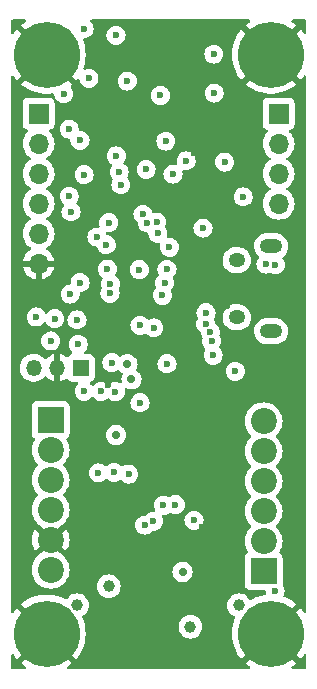
<source format=gbr>
%TF.GenerationSoftware,KiCad,Pcbnew,7.0.5*%
%TF.CreationDate,2023-12-16T01:16:06-08:00*%
%TF.ProjectId,Lyrav3,4c797261-7633-42e6-9b69-6361645f7063,rev?*%
%TF.SameCoordinates,Original*%
%TF.FileFunction,Copper,L2,Inr*%
%TF.FilePolarity,Positive*%
%FSLAX46Y46*%
G04 Gerber Fmt 4.6, Leading zero omitted, Abs format (unit mm)*
G04 Created by KiCad (PCBNEW 7.0.5) date 2023-12-16 01:16:06*
%MOMM*%
%LPD*%
G01*
G04 APERTURE LIST*
%TA.AperFunction,ComponentPad*%
%ADD10C,5.600000*%
%TD*%
%TA.AperFunction,ComponentPad*%
%ADD11R,1.700000X1.700000*%
%TD*%
%TA.AperFunction,ComponentPad*%
%ADD12O,1.700000X1.700000*%
%TD*%
%TA.AperFunction,ComponentPad*%
%ADD13R,2.200000X2.200000*%
%TD*%
%TA.AperFunction,ComponentPad*%
%ADD14C,2.200000*%
%TD*%
%TA.AperFunction,ComponentPad*%
%ADD15R,1.350000X1.350000*%
%TD*%
%TA.AperFunction,ComponentPad*%
%ADD16O,1.350000X1.350000*%
%TD*%
%TA.AperFunction,ComponentPad*%
%ADD17O,1.400000X1.200000*%
%TD*%
%TA.AperFunction,ComponentPad*%
%ADD18O,1.900000X1.200000*%
%TD*%
%TA.AperFunction,ViaPad*%
%ADD19C,1.000000*%
%TD*%
%TA.AperFunction,ViaPad*%
%ADD20C,0.600000*%
%TD*%
%TA.AperFunction,ViaPad*%
%ADD21C,0.700000*%
%TD*%
G04 APERTURE END LIST*
D10*
%TO.N,GND*%
%TO.C,H3*%
X186600000Y-116025000D03*
%TD*%
D11*
%TO.N,/BRKOUT1*%
%TO.C,J8*%
X206248000Y-72009000D03*
D12*
%TO.N,/BRKOUT2*%
X206248000Y-74549000D03*
%TO.N,/BRKOUT3*%
X206248000Y-77089000D03*
%TO.N,/BRKOUT4*%
X206248000Y-79629000D03*
%TD*%
D10*
%TO.N,GND*%
%TO.C,H1*%
X186600000Y-67025000D03*
%TD*%
%TO.N,GND*%
%TO.C,H2*%
X205600000Y-67025000D03*
%TD*%
%TO.N,GND*%
%TO.C,H4*%
X205600000Y-116025000D03*
%TD*%
D13*
%TO.N,/P4-*%
%TO.C,J2*%
X186944000Y-97917000D03*
D14*
%TO.N,+12P*%
X186944000Y-100457000D03*
%TO.N,+12V*%
X186944000Y-102997000D03*
%TO.N,+BATT*%
X186944000Y-105537000D03*
%TO.N,GND*%
X186944000Y-108077000D03*
%TO.N,+BATT*%
X186944000Y-110617000D03*
%TD*%
D13*
%TO.N,+12P*%
%TO.C,J9*%
X204978000Y-110744000D03*
D14*
%TO.N,/P1-*%
X204978000Y-108204000D03*
%TO.N,+12P*%
X204978000Y-105664000D03*
%TO.N,/P2-*%
X204978000Y-103124000D03*
%TO.N,+12P*%
X204978000Y-100584000D03*
%TO.N,/P3-*%
X204978000Y-98044000D03*
%TD*%
D11*
%TO.N,/BRKOUT7*%
%TO.C,J6*%
X185928000Y-71999000D03*
D12*
%TO.N,/BRKOUT6*%
X185928000Y-74539000D03*
%TO.N,/BRKOUT5*%
X185928000Y-77079000D03*
%TO.N,+12VA*%
X185928000Y-79619000D03*
%TO.N,+3V3*%
X185928000Y-82159000D03*
%TO.N,GND*%
X185928000Y-84699000D03*
%TD*%
D15*
%TO.N,/SWCLK*%
%TO.C,J5*%
X189502800Y-93522800D03*
D16*
%TO.N,GND*%
X187502800Y-93522800D03*
%TO.N,/SWD*%
X185502800Y-93522800D03*
%TD*%
D17*
%TO.N,unconnected-(J7-Shield-Pad6)*%
%TO.C,J7*%
X202715200Y-89237200D03*
%TO.N,N/C*%
X202715200Y-84397200D03*
D18*
X205615200Y-83217200D03*
X205615200Y-90417200D03*
%TD*%
D19*
%TO.N,+12VA*%
X191871600Y-112014000D03*
D20*
X188671200Y-80314800D03*
%TO.N,GND*%
X198018400Y-100888800D03*
X191827274Y-95007119D03*
X185318400Y-86715600D03*
X192430400Y-88635800D03*
X199097913Y-75348599D03*
X192684400Y-107340400D03*
X199948800Y-84683600D03*
D19*
X191063407Y-106783345D03*
D20*
X201847784Y-81296069D03*
X188874400Y-81737200D03*
X190093600Y-66243200D03*
X191231011Y-71748973D03*
X187642200Y-86512400D03*
X199360800Y-70154800D03*
X202336400Y-70053200D03*
X199745600Y-106984800D03*
X194716400Y-69951600D03*
X197358000Y-101904800D03*
X201881523Y-88272299D03*
X195986400Y-94945200D03*
X194818000Y-111048800D03*
X191058300Y-79518600D03*
X194716347Y-105711387D03*
X189246999Y-102075477D03*
X198323200Y-91846400D03*
X197154800Y-80772000D03*
D19*
X196138800Y-113131600D03*
D20*
X191346932Y-76994850D03*
X192205000Y-69392800D03*
X204589403Y-95390696D03*
X196342000Y-65405000D03*
X198221600Y-109016800D03*
X191719200Y-74625200D03*
D19*
X201435000Y-116332000D03*
D20*
%TO.N,+3V3*%
X197002400Y-83312000D03*
X195037360Y-76726862D03*
X189788800Y-64820800D03*
X196799200Y-85191600D03*
X199085200Y-106426000D03*
X196415936Y-87384446D03*
X192126781Y-93077991D03*
X185714700Y-89216450D03*
D19*
X198780400Y-115443000D03*
D20*
X200793200Y-70256400D03*
X198424800Y-75996800D03*
X189788800Y-77161200D03*
X195640254Y-106518628D03*
X192511050Y-75569450D03*
X194513200Y-96476000D03*
X188603400Y-87274400D03*
X190193039Y-69006375D03*
X201676000Y-76098400D03*
X191862074Y-81237217D03*
X193443714Y-69240400D03*
X196799200Y-93167200D03*
X196246600Y-70457701D03*
X199847200Y-81686400D03*
%TO.N,+1V1*%
X196607114Y-86313820D03*
X189435481Y-86306919D03*
X200101200Y-88849200D03*
D19*
%TO.N,+12P*%
X202900424Y-113619173D03*
X189179200Y-113616500D03*
D20*
%TO.N,+12V*%
X205943200Y-112420400D03*
%TO.N,/BUZZER*%
X191658300Y-83096755D03*
%TO.N,Net-(D2-A)*%
X203250800Y-79044800D03*
%TO.N,/RUN*%
X191752489Y-85158311D03*
X188061600Y-70307200D03*
X192481200Y-65379600D03*
X188518800Y-78994000D03*
%TO.N,/SWCLK*%
X191973200Y-87223600D03*
%TO.N,/SWD*%
X192006398Y-86410800D03*
%TO.N,/BRKOUT4*%
X196029565Y-82129487D03*
%TO.N,/BRKOUT3*%
X195926300Y-81178400D03*
%TO.N,/BRKOUT2*%
X195129220Y-81240590D03*
%TO.N,/BRKOUT1*%
X194765954Y-80528380D03*
%TO.N,/LEDBLUE*%
X189179200Y-89458800D03*
%TO.N,/LEDGREEN*%
X189281759Y-91541347D03*
%TO.N,/LEDRED*%
X186951061Y-91246300D03*
D21*
%TO.N,/P1 EN *%
X193446400Y-93218000D03*
X198120000Y-110805000D03*
%TO.N,/P2 EN *%
X193791100Y-94488000D03*
X192481200Y-99212400D03*
D20*
%TO.N,/BATT SENSE *%
X190855600Y-82448400D03*
X194462400Y-85201700D03*
%TO.N,/P3 CONT *%
X202587380Y-93811815D03*
X194906233Y-106835516D03*
%TO.N,/QSPI_SS*%
X193548000Y-102514400D03*
X200700700Y-92456000D03*
X200761600Y-66959801D03*
%TO.N,/I2C1 SCL*%
X197307200Y-77114400D03*
X197510400Y-105105200D03*
X192887600Y-78028800D03*
X188518800Y-73304400D03*
X196707700Y-74325977D03*
X205978868Y-84788522D03*
%TO.N,/I2C1 SDA*%
X189433200Y-74269600D03*
X192742450Y-76954750D03*
X196494400Y-105156000D03*
X205181200Y-84734400D03*
%TO.N,/QSPI_SD1*%
X192328800Y-102362000D03*
X200570724Y-91279187D03*
%TO.N,/QSPI_SD2*%
X200463745Y-90486874D03*
X190997900Y-102412800D03*
%TO.N,/QSPI_SDO*%
X200065116Y-89793838D03*
X189788800Y-95504000D03*
%TO.N,/QSPI_SCLK*%
X191213386Y-95519316D03*
X195681600Y-90135300D03*
%TO.N,/QSPI_SD3*%
X192428369Y-95534271D03*
X194513200Y-89916000D03*
%TO.N,Net-(D4-A)*%
X187299600Y-89357200D03*
%TD*%
%TA.AperFunction,Conductor*%
%TO.N,GND*%
G36*
X185465130Y-117159870D02*
G01*
X185655818Y-117322732D01*
X184447255Y-118531295D01*
X184447256Y-118531296D01*
X184460485Y-118543828D01*
X184460486Y-118543829D01*
X184745367Y-118760388D01*
X184745370Y-118760390D01*
X184801644Y-118794249D01*
X184848939Y-118845678D01*
X184860922Y-118914513D01*
X184833787Y-118978899D01*
X184776151Y-119018393D01*
X184737716Y-119024500D01*
X183724500Y-119024500D01*
X183657461Y-119004815D01*
X183611706Y-118952011D01*
X183600500Y-118900500D01*
X183600500Y-117885307D01*
X183620185Y-117818268D01*
X183672989Y-117772513D01*
X183742147Y-117762569D01*
X183805703Y-117791594D01*
X183827134Y-117815720D01*
X183969038Y-118025013D01*
X184096441Y-118175003D01*
X184096442Y-118175004D01*
X185302266Y-116969180D01*
X185465130Y-117159870D01*
G37*
%TD.AperFunction*%
%TA.AperFunction,Conductor*%
G36*
X203804755Y-64045185D02*
G01*
X203850510Y-64097989D01*
X203860454Y-64167147D01*
X203831429Y-64230703D01*
X203801644Y-64255751D01*
X203745370Y-64289609D01*
X203745367Y-64289611D01*
X203460491Y-64506166D01*
X203447256Y-64518703D01*
X203447255Y-64518703D01*
X204655819Y-65727266D01*
X204465130Y-65890130D01*
X204302266Y-66080818D01*
X203096442Y-64874994D01*
X203096441Y-64874995D01*
X202969040Y-65024983D01*
X202969033Y-65024993D01*
X202768218Y-65321172D01*
X202600606Y-65637322D01*
X202600597Y-65637340D01*
X202468149Y-65969760D01*
X202468147Y-65969767D01*
X202372421Y-66314542D01*
X202372415Y-66314568D01*
X202314527Y-66667668D01*
X202314526Y-66667685D01*
X202295153Y-67024997D01*
X202295153Y-67025002D01*
X202314526Y-67382314D01*
X202314527Y-67382331D01*
X202372415Y-67735431D01*
X202372421Y-67735457D01*
X202468147Y-68080232D01*
X202468149Y-68080239D01*
X202600597Y-68412659D01*
X202600606Y-68412677D01*
X202768218Y-68728827D01*
X202969033Y-69025007D01*
X203096441Y-69175003D01*
X203096442Y-69175004D01*
X204302266Y-67969180D01*
X204465130Y-68159870D01*
X204655818Y-68322732D01*
X203447255Y-69531295D01*
X203447256Y-69531296D01*
X203460485Y-69543828D01*
X203460486Y-69543829D01*
X203745367Y-69760388D01*
X203745370Y-69760390D01*
X204051990Y-69944876D01*
X204376739Y-70095122D01*
X204376744Y-70095123D01*
X204715855Y-70209383D01*
X205065339Y-70286311D01*
X205421075Y-70324999D01*
X205421085Y-70325000D01*
X205778915Y-70325000D01*
X205778924Y-70324999D01*
X206134660Y-70286311D01*
X206484144Y-70209383D01*
X206823255Y-70095123D01*
X206823260Y-70095122D01*
X207148009Y-69944876D01*
X207454629Y-69760390D01*
X207454632Y-69760388D01*
X207739504Y-69543836D01*
X207752742Y-69531294D01*
X206544180Y-68322733D01*
X206734870Y-68159870D01*
X206897733Y-67969180D01*
X208103556Y-69175003D01*
X208230964Y-69025008D01*
X208230966Y-69025006D01*
X208372866Y-68815720D01*
X208426781Y-68771279D01*
X208496163Y-68763041D01*
X208558985Y-68793621D01*
X208595301Y-68853312D01*
X208599500Y-68885307D01*
X208599500Y-114164692D01*
X208579815Y-114231731D01*
X208527011Y-114277486D01*
X208457853Y-114287430D01*
X208394297Y-114258405D01*
X208372867Y-114234279D01*
X208230966Y-114024992D01*
X208103557Y-113874995D01*
X208103556Y-113874994D01*
X206897732Y-115080818D01*
X206734870Y-114890130D01*
X206544179Y-114727266D01*
X207752743Y-113518703D01*
X207752742Y-113518702D01*
X207739514Y-113506171D01*
X207739513Y-113506170D01*
X207454632Y-113289611D01*
X207454629Y-113289609D01*
X207148009Y-113105123D01*
X206823263Y-112954879D01*
X206746245Y-112928928D01*
X206689001Y-112888867D01*
X206662502Y-112824217D01*
X206668799Y-112770464D01*
X206671371Y-112763116D01*
X206716848Y-112633149D01*
X206728566Y-112599662D01*
X206728569Y-112599649D01*
X206748765Y-112420403D01*
X206748765Y-112420396D01*
X206728569Y-112241150D01*
X206728568Y-112241145D01*
X206668988Y-112070875D01*
X206597506Y-111957114D01*
X206578499Y-111891144D01*
X206578499Y-109596128D01*
X206572091Y-109536517D01*
X206521796Y-109401669D01*
X206521795Y-109401668D01*
X206521793Y-109401664D01*
X206435547Y-109286455D01*
X206358894Y-109229072D01*
X206317024Y-109173138D01*
X206312040Y-109103446D01*
X206327476Y-109065021D01*
X206408466Y-108932859D01*
X206504873Y-108700111D01*
X206563683Y-108455148D01*
X206583449Y-108204000D01*
X206563683Y-107952852D01*
X206504873Y-107707889D01*
X206468835Y-107620885D01*
X206408466Y-107475140D01*
X206276839Y-107260346D01*
X206276838Y-107260343D01*
X206212521Y-107185038D01*
X206113224Y-107068776D01*
X206065820Y-107028289D01*
X206027627Y-106969782D01*
X206027129Y-106899914D01*
X206064483Y-106840868D01*
X206065669Y-106839839D01*
X206113224Y-106799224D01*
X206276836Y-106607659D01*
X206408466Y-106392859D01*
X206504873Y-106160111D01*
X206563683Y-105915148D01*
X206583449Y-105664000D01*
X206563683Y-105412852D01*
X206504873Y-105167889D01*
X206478908Y-105105203D01*
X206408466Y-104935140D01*
X206276839Y-104720346D01*
X206276838Y-104720343D01*
X206113224Y-104528776D01*
X206092421Y-104511009D01*
X206065819Y-104488289D01*
X206027627Y-104429784D01*
X206027128Y-104359916D01*
X206064482Y-104300870D01*
X206065756Y-104299764D01*
X206113224Y-104259224D01*
X206276836Y-104067659D01*
X206408466Y-103852859D01*
X206504873Y-103620111D01*
X206563683Y-103375148D01*
X206583449Y-103124000D01*
X206563683Y-102872852D01*
X206504873Y-102627889D01*
X206408466Y-102395141D01*
X206408466Y-102395140D01*
X206276839Y-102180346D01*
X206276838Y-102180343D01*
X206239875Y-102137066D01*
X206113224Y-101988776D01*
X206065820Y-101948289D01*
X206027627Y-101889782D01*
X206027129Y-101819914D01*
X206064483Y-101760868D01*
X206065669Y-101759839D01*
X206113224Y-101719224D01*
X206276836Y-101527659D01*
X206408466Y-101312859D01*
X206504873Y-101080111D01*
X206563683Y-100835148D01*
X206583449Y-100584000D01*
X206563683Y-100332852D01*
X206504873Y-100087889D01*
X206452268Y-99960889D01*
X206408466Y-99855140D01*
X206276839Y-99640346D01*
X206276838Y-99640343D01*
X206113224Y-99448776D01*
X206093495Y-99431926D01*
X206065819Y-99408289D01*
X206027627Y-99349784D01*
X206027128Y-99279916D01*
X206064482Y-99220870D01*
X206065756Y-99219764D01*
X206113224Y-99179224D01*
X206276836Y-98987659D01*
X206408466Y-98772859D01*
X206504873Y-98540111D01*
X206563683Y-98295148D01*
X206583449Y-98044000D01*
X206563683Y-97792852D01*
X206504873Y-97547889D01*
X206408466Y-97315141D01*
X206408466Y-97315140D01*
X206276839Y-97100346D01*
X206276838Y-97100343D01*
X206239875Y-97057066D01*
X206113224Y-96908776D01*
X205986571Y-96800604D01*
X205921656Y-96745161D01*
X205921653Y-96745160D01*
X205706859Y-96613533D01*
X205474110Y-96517126D01*
X205229151Y-96458317D01*
X204978000Y-96438551D01*
X204726848Y-96458317D01*
X204481889Y-96517126D01*
X204249140Y-96613533D01*
X204034346Y-96745160D01*
X204034343Y-96745161D01*
X203842776Y-96908776D01*
X203679161Y-97100343D01*
X203679160Y-97100346D01*
X203547533Y-97315140D01*
X203451126Y-97547889D01*
X203392317Y-97792848D01*
X203372551Y-98043999D01*
X203392317Y-98295151D01*
X203451126Y-98540110D01*
X203547533Y-98772859D01*
X203679160Y-98987653D01*
X203679161Y-98987656D01*
X203719250Y-99034594D01*
X203842776Y-99179224D01*
X203881619Y-99212399D01*
X203890178Y-99219709D01*
X203928371Y-99278216D01*
X203928869Y-99348084D01*
X203891515Y-99407130D01*
X203890179Y-99408288D01*
X203842783Y-99448768D01*
X203842776Y-99448776D01*
X203679161Y-99640343D01*
X203679160Y-99640346D01*
X203547533Y-99855140D01*
X203451126Y-100087889D01*
X203392317Y-100332848D01*
X203372551Y-100583999D01*
X203392317Y-100835151D01*
X203451126Y-101080110D01*
X203547533Y-101312859D01*
X203679160Y-101527653D01*
X203679161Y-101527656D01*
X203679164Y-101527659D01*
X203842776Y-101719224D01*
X203890175Y-101759707D01*
X203890179Y-101759710D01*
X203928372Y-101818217D01*
X203928870Y-101888085D01*
X203891516Y-101947131D01*
X203890179Y-101948290D01*
X203842776Y-101988776D01*
X203679161Y-102180343D01*
X203679160Y-102180346D01*
X203547533Y-102395140D01*
X203451126Y-102627889D01*
X203392317Y-102872848D01*
X203372551Y-103123999D01*
X203392317Y-103375151D01*
X203451126Y-103620110D01*
X203547533Y-103852859D01*
X203679160Y-104067653D01*
X203679161Y-104067656D01*
X203679164Y-104067659D01*
X203842776Y-104259224D01*
X203851881Y-104267000D01*
X203890179Y-104299710D01*
X203928372Y-104358217D01*
X203928870Y-104428085D01*
X203891516Y-104487131D01*
X203890179Y-104488290D01*
X203842776Y-104528776D01*
X203679161Y-104720343D01*
X203679160Y-104720346D01*
X203547533Y-104935140D01*
X203451126Y-105167889D01*
X203392317Y-105412848D01*
X203372551Y-105664000D01*
X203392317Y-105915151D01*
X203451126Y-106160110D01*
X203547533Y-106392859D01*
X203679160Y-106607653D01*
X203679161Y-106607656D01*
X203679164Y-106607659D01*
X203842776Y-106799224D01*
X203885264Y-106835512D01*
X203890178Y-106839709D01*
X203928371Y-106898216D01*
X203928869Y-106968084D01*
X203891515Y-107027130D01*
X203890179Y-107028288D01*
X203842783Y-107068768D01*
X203842776Y-107068776D01*
X203679161Y-107260343D01*
X203679160Y-107260346D01*
X203547533Y-107475140D01*
X203451126Y-107707889D01*
X203392317Y-107952848D01*
X203372551Y-108204000D01*
X203392317Y-108455151D01*
X203451126Y-108700110D01*
X203547533Y-108932859D01*
X203628520Y-109065016D01*
X203646765Y-109132462D01*
X203625649Y-109199064D01*
X203597105Y-109229072D01*
X203520452Y-109286455D01*
X203434206Y-109401664D01*
X203434202Y-109401671D01*
X203383908Y-109536517D01*
X203377501Y-109596116D01*
X203377501Y-109596123D01*
X203377500Y-109596135D01*
X203377500Y-111891870D01*
X203377501Y-111891876D01*
X203383908Y-111951483D01*
X203434202Y-112086328D01*
X203434206Y-112086335D01*
X203520452Y-112201544D01*
X203520455Y-112201547D01*
X203635664Y-112287793D01*
X203635671Y-112287797D01*
X203770517Y-112338091D01*
X203770516Y-112338091D01*
X203777444Y-112338835D01*
X203830127Y-112344500D01*
X205018269Y-112344499D01*
X205085308Y-112364184D01*
X205131063Y-112416987D01*
X205141489Y-112454615D01*
X205157831Y-112599654D01*
X205157832Y-112599659D01*
X205158327Y-112601073D01*
X205158376Y-112602042D01*
X205159381Y-112606444D01*
X205158609Y-112606620D01*
X205161881Y-112670852D01*
X205127146Y-112731476D01*
X205067938Y-112763116D01*
X204715855Y-112840616D01*
X204376744Y-112954876D01*
X204376739Y-112954877D01*
X204051990Y-113105123D01*
X203942926Y-113170744D01*
X203875334Y-113188439D01*
X203808905Y-113166782D01*
X203769639Y-113122945D01*
X203765548Y-113115292D01*
X203736334Y-113060635D01*
X203736333Y-113060633D01*
X203611307Y-112908289D01*
X203458963Y-112783263D01*
X203458956Y-112783259D01*
X203285157Y-112690361D01*
X203285151Y-112690359D01*
X203096556Y-112633149D01*
X203096553Y-112633148D01*
X202900424Y-112613832D01*
X202704294Y-112633148D01*
X202515690Y-112690361D01*
X202341891Y-112783259D01*
X202341884Y-112783263D01*
X202189540Y-112908289D01*
X202064514Y-113060633D01*
X202064510Y-113060640D01*
X201971612Y-113234439D01*
X201914399Y-113423043D01*
X201895083Y-113619172D01*
X201914399Y-113815302D01*
X201971612Y-114003906D01*
X202064510Y-114177705D01*
X202064514Y-114177712D01*
X202189540Y-114330056D01*
X202341884Y-114455082D01*
X202341891Y-114455086D01*
X202517266Y-114548826D01*
X202567110Y-114597788D01*
X202582571Y-114665926D01*
X202574006Y-114704081D01*
X202468149Y-114969760D01*
X202468147Y-114969767D01*
X202372421Y-115314542D01*
X202372415Y-115314568D01*
X202314527Y-115667668D01*
X202314526Y-115667685D01*
X202295153Y-116024997D01*
X202295153Y-116025002D01*
X202314526Y-116382314D01*
X202314527Y-116382331D01*
X202372415Y-116735431D01*
X202372421Y-116735457D01*
X202468147Y-117080232D01*
X202468149Y-117080239D01*
X202600597Y-117412659D01*
X202600606Y-117412677D01*
X202768218Y-117728827D01*
X202969033Y-118025007D01*
X203096441Y-118175003D01*
X203096442Y-118175004D01*
X204302266Y-116969179D01*
X204465130Y-117159870D01*
X204655818Y-117322732D01*
X203447255Y-118531295D01*
X203447256Y-118531296D01*
X203460485Y-118543828D01*
X203460486Y-118543829D01*
X203745367Y-118760388D01*
X203745370Y-118760390D01*
X203801644Y-118794249D01*
X203848939Y-118845678D01*
X203860922Y-118914513D01*
X203833787Y-118978899D01*
X203776151Y-119018393D01*
X203737716Y-119024500D01*
X188462284Y-119024500D01*
X188395245Y-119004815D01*
X188349490Y-118952011D01*
X188339546Y-118882853D01*
X188368571Y-118819297D01*
X188398356Y-118794249D01*
X188454629Y-118760390D01*
X188454632Y-118760388D01*
X188739504Y-118543836D01*
X188752742Y-118531294D01*
X187544180Y-117322733D01*
X187734870Y-117159870D01*
X187897733Y-116969180D01*
X189103556Y-118175003D01*
X189230964Y-118025008D01*
X189230975Y-118024994D01*
X189431781Y-117728827D01*
X189599393Y-117412677D01*
X189599402Y-117412659D01*
X189731850Y-117080239D01*
X189731852Y-117080232D01*
X189827578Y-116735457D01*
X189827584Y-116735431D01*
X189885472Y-116382331D01*
X189885473Y-116382314D01*
X189904846Y-116025002D01*
X189904846Y-116024997D01*
X189885473Y-115667685D01*
X189885472Y-115667668D01*
X189848639Y-115443000D01*
X197775059Y-115443000D01*
X197794375Y-115639129D01*
X197851588Y-115827733D01*
X197944486Y-116001532D01*
X197944490Y-116001539D01*
X198069516Y-116153883D01*
X198221860Y-116278909D01*
X198221867Y-116278913D01*
X198395666Y-116371811D01*
X198395669Y-116371811D01*
X198395673Y-116371814D01*
X198584268Y-116429024D01*
X198780400Y-116448341D01*
X198976532Y-116429024D01*
X199165127Y-116371814D01*
X199338938Y-116278910D01*
X199491283Y-116153883D01*
X199616310Y-116001538D01*
X199709214Y-115827727D01*
X199766424Y-115639132D01*
X199785741Y-115443000D01*
X199766424Y-115246868D01*
X199709214Y-115058273D01*
X199709211Y-115058269D01*
X199709211Y-115058266D01*
X199616313Y-114884467D01*
X199616309Y-114884460D01*
X199491283Y-114732116D01*
X199338939Y-114607090D01*
X199338932Y-114607086D01*
X199165133Y-114514188D01*
X199165127Y-114514186D01*
X198976532Y-114456976D01*
X198976529Y-114456975D01*
X198780400Y-114437659D01*
X198584270Y-114456975D01*
X198395666Y-114514188D01*
X198221867Y-114607086D01*
X198221860Y-114607090D01*
X198069516Y-114732116D01*
X197944490Y-114884460D01*
X197944486Y-114884467D01*
X197851588Y-115058266D01*
X197794375Y-115246870D01*
X197775059Y-115443000D01*
X189848639Y-115443000D01*
X189827584Y-115314568D01*
X189827578Y-115314542D01*
X189731852Y-114969767D01*
X189731850Y-114969760D01*
X189603981Y-114648832D01*
X189597454Y-114579268D01*
X189629572Y-114517218D01*
X189660721Y-114493577D01*
X189715744Y-114464165D01*
X189737738Y-114452410D01*
X189890083Y-114327383D01*
X190015110Y-114175038D01*
X190108014Y-114001227D01*
X190165224Y-113812632D01*
X190184541Y-113616500D01*
X190165224Y-113420368D01*
X190108014Y-113231773D01*
X190108011Y-113231769D01*
X190108011Y-113231766D01*
X190015113Y-113057967D01*
X190015109Y-113057960D01*
X189890083Y-112905616D01*
X189737739Y-112780590D01*
X189737732Y-112780586D01*
X189563933Y-112687688D01*
X189563927Y-112687686D01*
X189384144Y-112633149D01*
X189375329Y-112630475D01*
X189179200Y-112611159D01*
X188983070Y-112630475D01*
X188794466Y-112687688D01*
X188620667Y-112780586D01*
X188620660Y-112780590D01*
X188468316Y-112905616D01*
X188343290Y-113057960D01*
X188338193Y-113067497D01*
X188289229Y-113117340D01*
X188221091Y-113132798D01*
X188164911Y-113115292D01*
X188148012Y-113105125D01*
X188148009Y-113105123D01*
X187823260Y-112954877D01*
X187823255Y-112954876D01*
X187484144Y-112840616D01*
X187134660Y-112763688D01*
X186778924Y-112725000D01*
X186421075Y-112725000D01*
X186065339Y-112763688D01*
X185715855Y-112840616D01*
X185376744Y-112954876D01*
X185376739Y-112954877D01*
X185051990Y-113105123D01*
X184745370Y-113289609D01*
X184745367Y-113289611D01*
X184460491Y-113506166D01*
X184447256Y-113518703D01*
X184447255Y-113518703D01*
X185655819Y-114727266D01*
X185465130Y-114890130D01*
X185302266Y-115080818D01*
X184096442Y-113874994D01*
X184096441Y-113874995D01*
X183969040Y-114024983D01*
X183969039Y-114024985D01*
X183827133Y-114234280D01*
X183773219Y-114278720D01*
X183703836Y-114286958D01*
X183641015Y-114256377D01*
X183604699Y-114196687D01*
X183600500Y-114164692D01*
X183600500Y-110617000D01*
X185338551Y-110617000D01*
X185358317Y-110868151D01*
X185417126Y-111113110D01*
X185513533Y-111345859D01*
X185645160Y-111560653D01*
X185645161Y-111560656D01*
X185645164Y-111560659D01*
X185808776Y-111752224D01*
X185885638Y-111817870D01*
X186000343Y-111915838D01*
X186000346Y-111915839D01*
X186215140Y-112047466D01*
X186308979Y-112086335D01*
X186447889Y-112143873D01*
X186692852Y-112202683D01*
X186944000Y-112222449D01*
X187195148Y-112202683D01*
X187440111Y-112143873D01*
X187672859Y-112047466D01*
X187727470Y-112014000D01*
X190866259Y-112014000D01*
X190885575Y-112210129D01*
X190885576Y-112210132D01*
X190932307Y-112364184D01*
X190942788Y-112398733D01*
X191035686Y-112572532D01*
X191035690Y-112572539D01*
X191160716Y-112724883D01*
X191313060Y-112849909D01*
X191313067Y-112849913D01*
X191486866Y-112942811D01*
X191486869Y-112942811D01*
X191486873Y-112942814D01*
X191675468Y-113000024D01*
X191871600Y-113019341D01*
X192067732Y-113000024D01*
X192256327Y-112942814D01*
X192325920Y-112905616D01*
X192430132Y-112849913D01*
X192430138Y-112849910D01*
X192582483Y-112724883D01*
X192707510Y-112572538D01*
X192800414Y-112398727D01*
X192857624Y-112210132D01*
X192876941Y-112014000D01*
X192857624Y-111817868D01*
X192800414Y-111629273D01*
X192800411Y-111629269D01*
X192800411Y-111629266D01*
X192707513Y-111455467D01*
X192707509Y-111455460D01*
X192582483Y-111303116D01*
X192430139Y-111178090D01*
X192430132Y-111178086D01*
X192256333Y-111085188D01*
X192256327Y-111085186D01*
X192067732Y-111027976D01*
X192067729Y-111027975D01*
X191871600Y-111008659D01*
X191675470Y-111027975D01*
X191486866Y-111085188D01*
X191313067Y-111178086D01*
X191313060Y-111178090D01*
X191160716Y-111303116D01*
X191035690Y-111455460D01*
X191035686Y-111455467D01*
X190942788Y-111629266D01*
X190885575Y-111817870D01*
X190866259Y-112014000D01*
X187727470Y-112014000D01*
X187887659Y-111915836D01*
X188079224Y-111752224D01*
X188242836Y-111560659D01*
X188374466Y-111345859D01*
X188470873Y-111113111D01*
X188529683Y-110868148D01*
X188534653Y-110804999D01*
X197264815Y-110804999D01*
X197283503Y-110982805D01*
X197283504Y-110982807D01*
X197338747Y-111152829D01*
X197338750Y-111152835D01*
X197428141Y-111307665D01*
X197462531Y-111345859D01*
X197547764Y-111440521D01*
X197547767Y-111440523D01*
X197547770Y-111440526D01*
X197692407Y-111545612D01*
X197855733Y-111618329D01*
X198030609Y-111655500D01*
X198030610Y-111655500D01*
X198209389Y-111655500D01*
X198209391Y-111655500D01*
X198384267Y-111618329D01*
X198547593Y-111545612D01*
X198692230Y-111440526D01*
X198811859Y-111307665D01*
X198901250Y-111152835D01*
X198956497Y-110982803D01*
X198975185Y-110805000D01*
X198956497Y-110627197D01*
X198901250Y-110457165D01*
X198811859Y-110302335D01*
X198765003Y-110250296D01*
X198692235Y-110169478D01*
X198692232Y-110169476D01*
X198692231Y-110169475D01*
X198692230Y-110169474D01*
X198547593Y-110064388D01*
X198384267Y-109991671D01*
X198384265Y-109991670D01*
X198256594Y-109964533D01*
X198209391Y-109954500D01*
X198030609Y-109954500D01*
X197999954Y-109961015D01*
X197855733Y-109991670D01*
X197855728Y-109991672D01*
X197692408Y-110064387D01*
X197547768Y-110169475D01*
X197428140Y-110302336D01*
X197338750Y-110457164D01*
X197338747Y-110457170D01*
X197283504Y-110627192D01*
X197283503Y-110627194D01*
X197264815Y-110804999D01*
X188534653Y-110804999D01*
X188549449Y-110617000D01*
X188529683Y-110365852D01*
X188470873Y-110120889D01*
X188417350Y-109991672D01*
X188374466Y-109888140D01*
X188242839Y-109673346D01*
X188242838Y-109673343D01*
X188176896Y-109596135D01*
X188079224Y-109481776D01*
X187952571Y-109373604D01*
X187887656Y-109318161D01*
X187887653Y-109318160D01*
X187755415Y-109237124D01*
X187732524Y-109219078D01*
X187115568Y-108602121D01*
X187232458Y-108551349D01*
X187349739Y-108455934D01*
X187436928Y-108332415D01*
X187467354Y-108246801D01*
X188241732Y-109021179D01*
X188242424Y-109020371D01*
X188242432Y-109020360D01*
X188374019Y-108805631D01*
X188470396Y-108572956D01*
X188529187Y-108328072D01*
X188548947Y-108076999D01*
X188529187Y-107825927D01*
X188470396Y-107581043D01*
X188374019Y-107348368D01*
X188242432Y-107133638D01*
X188242430Y-107133636D01*
X188241732Y-107132819D01*
X187469929Y-107904621D01*
X187467116Y-107891085D01*
X187397558Y-107756844D01*
X187294362Y-107646348D01*
X187165181Y-107567791D01*
X187113996Y-107553449D01*
X187732522Y-106934922D01*
X187755407Y-106916879D01*
X187887659Y-106835836D01*
X187888030Y-106835519D01*
X194100668Y-106835519D01*
X194120863Y-107014765D01*
X194120864Y-107014770D01*
X194180444Y-107185039D01*
X194217754Y-107244417D01*
X194276417Y-107337778D01*
X194403971Y-107465332D01*
X194556711Y-107561305D01*
X194674871Y-107602651D01*
X194726978Y-107620884D01*
X194726983Y-107620885D01*
X194906229Y-107641081D01*
X194906233Y-107641081D01*
X194906237Y-107641081D01*
X195085482Y-107620885D01*
X195085485Y-107620884D01*
X195085488Y-107620884D01*
X195255755Y-107561305D01*
X195408495Y-107465332D01*
X195516585Y-107357240D01*
X195577909Y-107323756D01*
X195618148Y-107321702D01*
X195640254Y-107324193D01*
X195640255Y-107324192D01*
X195640256Y-107324193D01*
X195640257Y-107324193D01*
X195819503Y-107303997D01*
X195819506Y-107303996D01*
X195819509Y-107303996D01*
X195989776Y-107244417D01*
X196142516Y-107148444D01*
X196270070Y-107020890D01*
X196366043Y-106868150D01*
X196425622Y-106697883D01*
X196435788Y-106607656D01*
X196445819Y-106518631D01*
X196445819Y-106518624D01*
X196435383Y-106426003D01*
X198279635Y-106426003D01*
X198299830Y-106605249D01*
X198299831Y-106605254D01*
X198359411Y-106775523D01*
X198436505Y-106898216D01*
X198455384Y-106928262D01*
X198582938Y-107055816D01*
X198595761Y-107063873D01*
X198706787Y-107133636D01*
X198735678Y-107151789D01*
X198830701Y-107185039D01*
X198905945Y-107211368D01*
X198905950Y-107211369D01*
X199085196Y-107231565D01*
X199085200Y-107231565D01*
X199085204Y-107231565D01*
X199264449Y-107211369D01*
X199264452Y-107211368D01*
X199264455Y-107211368D01*
X199434722Y-107151789D01*
X199587462Y-107055816D01*
X199715016Y-106928262D01*
X199810989Y-106775522D01*
X199870568Y-106605255D01*
X199880328Y-106518631D01*
X199890765Y-106426003D01*
X199890765Y-106425996D01*
X199870569Y-106246750D01*
X199870568Y-106246745D01*
X199822623Y-106109727D01*
X199810989Y-106076478D01*
X199794443Y-106050146D01*
X199760989Y-105996903D01*
X199715016Y-105923738D01*
X199587462Y-105796184D01*
X199587461Y-105796183D01*
X199434723Y-105700211D01*
X199264454Y-105640631D01*
X199264449Y-105640630D01*
X199085204Y-105620435D01*
X199085196Y-105620435D01*
X198905950Y-105640630D01*
X198905945Y-105640631D01*
X198735676Y-105700211D01*
X198582937Y-105796184D01*
X198455384Y-105923737D01*
X198359411Y-106076476D01*
X198299831Y-106246745D01*
X198299830Y-106246750D01*
X198279635Y-106425996D01*
X198279635Y-106426003D01*
X196435383Y-106426003D01*
X196425623Y-106339378D01*
X196425622Y-106339373D01*
X196366042Y-106169104D01*
X196352913Y-106148209D01*
X196333913Y-106080972D01*
X196354281Y-106014137D01*
X196407549Y-105968923D01*
X196471790Y-105959017D01*
X196494400Y-105961565D01*
X196494401Y-105961564D01*
X196494402Y-105961565D01*
X196494404Y-105961565D01*
X196673649Y-105941369D01*
X196673652Y-105941368D01*
X196673655Y-105941368D01*
X196843922Y-105881789D01*
X196976852Y-105798263D01*
X197044087Y-105779263D01*
X197108795Y-105798264D01*
X197160873Y-105830987D01*
X197160877Y-105830988D01*
X197160878Y-105830989D01*
X197306053Y-105881788D01*
X197331145Y-105890568D01*
X197331150Y-105890569D01*
X197510396Y-105910765D01*
X197510400Y-105910765D01*
X197510404Y-105910765D01*
X197689649Y-105890569D01*
X197689652Y-105890568D01*
X197689655Y-105890568D01*
X197859922Y-105830989D01*
X198012662Y-105735016D01*
X198140216Y-105607462D01*
X198236189Y-105454722D01*
X198295768Y-105284455D01*
X198310241Y-105156003D01*
X198315965Y-105105203D01*
X198315965Y-105105196D01*
X198295769Y-104925950D01*
X198295768Y-104925945D01*
X198295767Y-104925944D01*
X198236189Y-104755678D01*
X198213988Y-104720346D01*
X198140215Y-104602937D01*
X198012662Y-104475384D01*
X197859923Y-104379411D01*
X197689654Y-104319831D01*
X197689649Y-104319830D01*
X197510404Y-104299635D01*
X197510396Y-104299635D01*
X197331150Y-104319830D01*
X197331145Y-104319831D01*
X197160876Y-104379411D01*
X197027948Y-104462936D01*
X196960711Y-104481936D01*
X196896005Y-104462936D01*
X196843920Y-104430209D01*
X196673662Y-104370633D01*
X196673649Y-104370630D01*
X196494404Y-104350435D01*
X196494396Y-104350435D01*
X196315150Y-104370630D01*
X196315145Y-104370631D01*
X196144876Y-104430211D01*
X195992137Y-104526184D01*
X195864584Y-104653737D01*
X195768611Y-104806476D01*
X195709031Y-104976745D01*
X195709030Y-104976750D01*
X195688835Y-105155996D01*
X195688835Y-105156003D01*
X195709030Y-105335249D01*
X195709031Y-105335254D01*
X195768611Y-105505524D01*
X195781741Y-105526420D01*
X195800740Y-105593657D01*
X195780371Y-105660491D01*
X195727103Y-105705705D01*
X195662862Y-105715610D01*
X195640257Y-105713063D01*
X195640250Y-105713063D01*
X195461004Y-105733258D01*
X195460999Y-105733259D01*
X195290730Y-105792839D01*
X195137993Y-105888811D01*
X195029901Y-105996903D01*
X194968578Y-106030387D01*
X194928337Y-106032441D01*
X194906236Y-106029951D01*
X194906229Y-106029951D01*
X194726983Y-106050146D01*
X194726978Y-106050147D01*
X194556709Y-106109727D01*
X194403970Y-106205700D01*
X194276417Y-106333253D01*
X194180444Y-106485992D01*
X194120864Y-106656261D01*
X194120863Y-106656266D01*
X194100668Y-106835512D01*
X194100668Y-106835519D01*
X187888030Y-106835519D01*
X188079224Y-106672224D01*
X188242836Y-106480659D01*
X188374466Y-106265859D01*
X188470873Y-106033111D01*
X188529683Y-105788148D01*
X188549449Y-105537000D01*
X188529683Y-105285852D01*
X188470873Y-105040889D01*
X188374466Y-104808141D01*
X188374466Y-104808140D01*
X188242839Y-104593346D01*
X188242838Y-104593343D01*
X188079224Y-104401776D01*
X188070119Y-104394000D01*
X188031819Y-104361289D01*
X187993627Y-104302784D01*
X187993128Y-104232916D01*
X188030482Y-104173870D01*
X188031756Y-104172764D01*
X188079224Y-104132224D01*
X188242836Y-103940659D01*
X188374466Y-103725859D01*
X188470873Y-103493111D01*
X188529683Y-103248148D01*
X188549449Y-102997000D01*
X188529683Y-102745852D01*
X188470873Y-102500889D01*
X188434387Y-102412803D01*
X190192335Y-102412803D01*
X190212530Y-102592049D01*
X190212531Y-102592054D01*
X190272111Y-102762323D01*
X190363787Y-102908224D01*
X190368084Y-102915062D01*
X190495638Y-103042616D01*
X190648378Y-103138589D01*
X190731187Y-103167565D01*
X190818645Y-103198168D01*
X190818650Y-103198169D01*
X190997896Y-103218365D01*
X190997900Y-103218365D01*
X190997904Y-103218365D01*
X191177149Y-103198169D01*
X191177152Y-103198168D01*
X191177155Y-103198168D01*
X191347422Y-103138589D01*
X191500162Y-103042616D01*
X191601068Y-102941709D01*
X191662392Y-102908224D01*
X191732084Y-102913208D01*
X191776431Y-102941708D01*
X191826538Y-102991816D01*
X191979278Y-103087789D01*
X192082763Y-103124000D01*
X192149545Y-103147368D01*
X192149550Y-103147369D01*
X192328796Y-103167565D01*
X192328800Y-103167565D01*
X192328804Y-103167565D01*
X192508049Y-103147369D01*
X192508052Y-103147368D01*
X192508055Y-103147368D01*
X192678322Y-103087789D01*
X192785578Y-103020395D01*
X192852813Y-103001395D01*
X192919648Y-103021762D01*
X192939230Y-103037708D01*
X193045738Y-103144216D01*
X193198478Y-103240189D01*
X193368745Y-103299768D01*
X193368750Y-103299769D01*
X193547996Y-103319965D01*
X193548000Y-103319965D01*
X193548004Y-103319965D01*
X193727249Y-103299769D01*
X193727252Y-103299768D01*
X193727255Y-103299768D01*
X193897522Y-103240189D01*
X194050262Y-103144216D01*
X194177816Y-103016662D01*
X194273789Y-102863922D01*
X194333368Y-102693655D01*
X194340778Y-102627889D01*
X194353565Y-102514403D01*
X194353565Y-102514396D01*
X194333369Y-102335150D01*
X194333368Y-102335145D01*
X194297818Y-102233550D01*
X194273789Y-102164878D01*
X194177816Y-102012138D01*
X194050262Y-101884584D01*
X194035016Y-101875004D01*
X193897523Y-101788611D01*
X193727254Y-101729031D01*
X193727249Y-101729030D01*
X193548004Y-101708835D01*
X193547996Y-101708835D01*
X193368750Y-101729030D01*
X193368745Y-101729031D01*
X193198476Y-101788611D01*
X193091222Y-101856004D01*
X193023985Y-101875004D01*
X192957150Y-101854636D01*
X192937569Y-101838691D01*
X192831062Y-101732184D01*
X192678323Y-101636211D01*
X192508054Y-101576631D01*
X192508049Y-101576630D01*
X192328804Y-101556435D01*
X192328796Y-101556435D01*
X192149550Y-101576630D01*
X192149545Y-101576631D01*
X191979276Y-101636211D01*
X191826537Y-101732184D01*
X191725631Y-101833091D01*
X191664308Y-101866576D01*
X191594616Y-101861592D01*
X191550269Y-101833091D01*
X191500162Y-101782984D01*
X191347423Y-101687011D01*
X191177154Y-101627431D01*
X191177149Y-101627430D01*
X190997904Y-101607235D01*
X190997896Y-101607235D01*
X190818650Y-101627430D01*
X190818645Y-101627431D01*
X190648376Y-101687011D01*
X190495637Y-101782984D01*
X190368084Y-101910537D01*
X190272111Y-102063276D01*
X190212531Y-102233545D01*
X190212530Y-102233550D01*
X190192335Y-102412796D01*
X190192335Y-102412803D01*
X188434387Y-102412803D01*
X188374466Y-102268140D01*
X188242839Y-102053346D01*
X188242838Y-102053343D01*
X188079224Y-101861776D01*
X188070119Y-101854000D01*
X188031819Y-101821289D01*
X187993627Y-101762784D01*
X187993128Y-101692916D01*
X188030482Y-101633870D01*
X188031756Y-101632764D01*
X188079224Y-101592224D01*
X188242836Y-101400659D01*
X188374466Y-101185859D01*
X188470873Y-100953111D01*
X188529683Y-100708148D01*
X188549449Y-100457000D01*
X188529683Y-100205852D01*
X188470873Y-99960889D01*
X188427071Y-99855140D01*
X188374466Y-99728140D01*
X188293479Y-99595983D01*
X188275234Y-99528538D01*
X188296350Y-99461935D01*
X188324891Y-99431929D01*
X188401546Y-99374546D01*
X188487796Y-99259331D01*
X188505300Y-99212400D01*
X191626015Y-99212400D01*
X191644703Y-99390205D01*
X191644704Y-99390207D01*
X191699947Y-99560229D01*
X191699950Y-99560235D01*
X191789341Y-99715065D01*
X191801114Y-99728140D01*
X191908964Y-99847921D01*
X191908967Y-99847923D01*
X191908970Y-99847926D01*
X192053607Y-99953012D01*
X192216933Y-100025729D01*
X192391809Y-100062900D01*
X192391810Y-100062900D01*
X192570589Y-100062900D01*
X192570591Y-100062900D01*
X192745467Y-100025729D01*
X192908793Y-99953012D01*
X193053430Y-99847926D01*
X193173059Y-99715065D01*
X193262450Y-99560235D01*
X193317697Y-99390203D01*
X193336385Y-99212400D01*
X193317697Y-99034597D01*
X193262450Y-98864565D01*
X193173059Y-98709735D01*
X193126203Y-98657696D01*
X193053435Y-98576878D01*
X193053432Y-98576876D01*
X193053431Y-98576875D01*
X193053430Y-98576874D01*
X192908793Y-98471788D01*
X192745467Y-98399071D01*
X192745465Y-98399070D01*
X192617794Y-98371933D01*
X192570591Y-98361900D01*
X192391809Y-98361900D01*
X192361154Y-98368415D01*
X192216933Y-98399070D01*
X192216928Y-98399072D01*
X192053608Y-98471787D01*
X191908968Y-98576875D01*
X191789340Y-98709736D01*
X191699950Y-98864564D01*
X191699947Y-98864570D01*
X191644704Y-99034592D01*
X191644703Y-99034594D01*
X191626015Y-99212400D01*
X188505300Y-99212400D01*
X188538091Y-99124483D01*
X188544500Y-99064873D01*
X188544499Y-96769128D01*
X188538091Y-96709517D01*
X188517852Y-96655254D01*
X188487797Y-96574671D01*
X188487793Y-96574664D01*
X188413935Y-96476003D01*
X193707635Y-96476003D01*
X193727830Y-96655249D01*
X193727831Y-96655254D01*
X193787411Y-96825523D01*
X193839723Y-96908776D01*
X193883384Y-96978262D01*
X194010938Y-97105816D01*
X194163678Y-97201789D01*
X194333945Y-97261368D01*
X194333950Y-97261369D01*
X194513196Y-97281565D01*
X194513200Y-97281565D01*
X194513204Y-97281565D01*
X194692449Y-97261369D01*
X194692452Y-97261368D01*
X194692455Y-97261368D01*
X194862722Y-97201789D01*
X195015462Y-97105816D01*
X195143016Y-96978262D01*
X195238989Y-96825522D01*
X195298568Y-96655255D01*
X195307648Y-96574669D01*
X195318765Y-96476003D01*
X195318765Y-96475996D01*
X195298569Y-96296750D01*
X195298568Y-96296745D01*
X195252149Y-96164087D01*
X195238989Y-96126478D01*
X195225855Y-96105576D01*
X195163452Y-96006262D01*
X195143016Y-95973738D01*
X195015462Y-95846184D01*
X195015462Y-95846183D01*
X194862723Y-95750211D01*
X194692454Y-95690631D01*
X194692449Y-95690630D01*
X194513204Y-95670435D01*
X194513196Y-95670435D01*
X194333950Y-95690630D01*
X194333945Y-95690631D01*
X194163676Y-95750211D01*
X194010937Y-95846184D01*
X193883384Y-95973737D01*
X193787411Y-96126476D01*
X193727831Y-96296745D01*
X193727830Y-96296750D01*
X193707635Y-96475996D01*
X193707635Y-96476003D01*
X188413935Y-96476003D01*
X188401547Y-96459455D01*
X188401544Y-96459452D01*
X188286335Y-96373206D01*
X188286328Y-96373202D01*
X188151482Y-96322908D01*
X188151483Y-96322908D01*
X188091883Y-96316501D01*
X188091881Y-96316500D01*
X188091873Y-96316500D01*
X188091864Y-96316500D01*
X185796129Y-96316500D01*
X185796123Y-96316501D01*
X185736516Y-96322908D01*
X185601671Y-96373202D01*
X185601664Y-96373206D01*
X185486455Y-96459452D01*
X185486452Y-96459455D01*
X185400206Y-96574664D01*
X185400202Y-96574671D01*
X185349908Y-96709517D01*
X185346076Y-96745164D01*
X185343501Y-96769123D01*
X185343500Y-96769135D01*
X185343500Y-99064870D01*
X185343501Y-99064876D01*
X185349908Y-99124483D01*
X185400202Y-99259328D01*
X185400206Y-99259335D01*
X185486452Y-99374544D01*
X185486455Y-99374547D01*
X185563104Y-99431927D01*
X185604975Y-99487861D01*
X185609959Y-99557552D01*
X185594520Y-99595983D01*
X185513533Y-99728140D01*
X185417126Y-99960889D01*
X185358317Y-100205848D01*
X185338551Y-100457000D01*
X185358317Y-100708151D01*
X185417126Y-100953110D01*
X185513533Y-101185859D01*
X185645160Y-101400653D01*
X185645161Y-101400656D01*
X185645164Y-101400659D01*
X185808776Y-101592224D01*
X185826352Y-101607235D01*
X185856179Y-101632710D01*
X185894372Y-101691217D01*
X185894870Y-101761085D01*
X185857516Y-101820131D01*
X185856179Y-101821290D01*
X185808776Y-101861776D01*
X185645161Y-102053343D01*
X185645160Y-102053346D01*
X185513533Y-102268140D01*
X185417126Y-102500889D01*
X185358317Y-102745848D01*
X185342415Y-102947900D01*
X185338551Y-102997000D01*
X185340392Y-103020396D01*
X185358317Y-103248151D01*
X185417126Y-103493110D01*
X185513533Y-103725859D01*
X185645160Y-103940653D01*
X185645161Y-103940656D01*
X185645164Y-103940659D01*
X185808776Y-104132224D01*
X185856178Y-104172709D01*
X185856179Y-104172710D01*
X185894372Y-104231217D01*
X185894870Y-104301085D01*
X185857516Y-104360131D01*
X185856179Y-104361290D01*
X185808776Y-104401776D01*
X185645161Y-104593343D01*
X185645160Y-104593346D01*
X185513533Y-104808140D01*
X185417126Y-105040889D01*
X185358317Y-105285848D01*
X185338551Y-105536999D01*
X185358317Y-105788151D01*
X185417126Y-106033110D01*
X185513533Y-106265859D01*
X185645160Y-106480653D01*
X185645161Y-106480656D01*
X185677595Y-106518631D01*
X185808776Y-106672224D01*
X186000341Y-106835836D01*
X186132585Y-106916875D01*
X186155474Y-106934920D01*
X186772432Y-107551878D01*
X186655542Y-107602651D01*
X186538261Y-107698066D01*
X186451072Y-107821585D01*
X186420645Y-107907197D01*
X185646266Y-107132820D01*
X185645568Y-107133637D01*
X185513980Y-107348368D01*
X185417603Y-107581043D01*
X185358812Y-107825927D01*
X185339052Y-108076999D01*
X185358812Y-108328072D01*
X185417603Y-108572956D01*
X185513980Y-108805631D01*
X185645566Y-109020358D01*
X185645577Y-109020374D01*
X185646264Y-109021178D01*
X185646266Y-109021178D01*
X186418070Y-108249374D01*
X186420884Y-108262915D01*
X186490442Y-108397156D01*
X186593638Y-108507652D01*
X186722819Y-108586209D01*
X186774002Y-108600550D01*
X186155473Y-109219079D01*
X186132582Y-109237125D01*
X186000346Y-109318160D01*
X186000343Y-109318161D01*
X185808776Y-109481776D01*
X185645161Y-109673343D01*
X185645160Y-109673346D01*
X185513533Y-109888140D01*
X185417126Y-110120889D01*
X185358317Y-110365848D01*
X185338551Y-110617000D01*
X183600500Y-110617000D01*
X183600500Y-93522800D01*
X184322264Y-93522800D01*
X184342364Y-93739718D01*
X184342364Y-93739720D01*
X184342365Y-93739723D01*
X184377543Y-93863360D01*
X184401984Y-93949262D01*
X184479217Y-94104366D01*
X184499088Y-94144272D01*
X184630373Y-94318122D01*
X184791368Y-94464888D01*
X184791375Y-94464892D01*
X184791376Y-94464893D01*
X184976586Y-94579570D01*
X184976592Y-94579573D01*
X184999464Y-94588433D01*
X185179731Y-94658270D01*
X185393874Y-94698300D01*
X185393876Y-94698300D01*
X185611724Y-94698300D01*
X185611726Y-94698300D01*
X185825869Y-94658270D01*
X186029010Y-94579572D01*
X186214232Y-94464888D01*
X186375227Y-94318122D01*
X186404159Y-94279809D01*
X186460265Y-94238173D01*
X186529977Y-94233480D01*
X186591160Y-94267221D01*
X186602067Y-94279809D01*
X186630742Y-94317781D01*
X186630749Y-94317789D01*
X186791668Y-94464485D01*
X186976812Y-94579122D01*
X186976823Y-94579127D01*
X187179860Y-94657784D01*
X187252800Y-94671419D01*
X187252800Y-93838486D01*
X187264755Y-93850441D01*
X187377652Y-93907965D01*
X187471319Y-93922800D01*
X187534281Y-93922800D01*
X187627948Y-93907965D01*
X187740845Y-93850441D01*
X187752800Y-93838486D01*
X187752800Y-94671419D01*
X187825739Y-94657784D01*
X188028776Y-94579127D01*
X188028787Y-94579122D01*
X188213927Y-94464487D01*
X188224906Y-94454479D01*
X188287709Y-94423860D01*
X188357097Y-94432056D01*
X188407713Y-94471803D01*
X188470252Y-94555344D01*
X188470255Y-94555347D01*
X188585464Y-94641593D01*
X188585471Y-94641597D01*
X188720317Y-94691891D01*
X188720316Y-94691891D01*
X188727244Y-94692635D01*
X188779927Y-94698300D01*
X189163062Y-94698299D01*
X189230099Y-94717983D01*
X189275854Y-94770787D01*
X189285798Y-94839946D01*
X189256773Y-94903501D01*
X189250742Y-94909980D01*
X189158983Y-95001739D01*
X189063011Y-95154476D01*
X189003431Y-95324745D01*
X189003430Y-95324750D01*
X188983235Y-95503996D01*
X188983235Y-95504003D01*
X189003430Y-95683249D01*
X189003431Y-95683254D01*
X189063011Y-95853523D01*
X189082032Y-95883794D01*
X189158984Y-96006262D01*
X189286538Y-96133816D01*
X189439278Y-96229789D01*
X189483046Y-96245104D01*
X189609545Y-96289368D01*
X189609550Y-96289369D01*
X189788796Y-96309565D01*
X189788800Y-96309565D01*
X189788804Y-96309565D01*
X189968049Y-96289369D01*
X189968052Y-96289368D01*
X189968055Y-96289368D01*
X190138322Y-96229789D01*
X190291062Y-96133816D01*
X190405754Y-96019123D01*
X190467077Y-95985639D01*
X190536769Y-95990623D01*
X190581116Y-96019124D01*
X190583569Y-96021577D01*
X190583570Y-96021578D01*
X190711124Y-96149132D01*
X190863864Y-96245105D01*
X190990363Y-96289369D01*
X191034131Y-96304684D01*
X191034136Y-96304685D01*
X191213382Y-96324881D01*
X191213386Y-96324881D01*
X191213390Y-96324881D01*
X191392635Y-96304685D01*
X191392638Y-96304684D01*
X191392641Y-96304684D01*
X191562908Y-96245105D01*
X191715648Y-96149132D01*
X191725718Y-96139061D01*
X191787042Y-96105576D01*
X191856734Y-96110560D01*
X191901081Y-96139060D01*
X191926107Y-96164087D01*
X192016449Y-96220853D01*
X192055044Y-96245104D01*
X192078847Y-96260060D01*
X192183687Y-96296745D01*
X192249114Y-96319639D01*
X192249119Y-96319640D01*
X192428365Y-96339836D01*
X192428369Y-96339836D01*
X192428373Y-96339836D01*
X192607618Y-96319640D01*
X192607621Y-96319639D01*
X192607624Y-96319639D01*
X192777891Y-96260060D01*
X192930631Y-96164087D01*
X193058185Y-96036533D01*
X193154158Y-95883793D01*
X193213737Y-95713526D01*
X193217148Y-95683254D01*
X193233934Y-95534274D01*
X193233934Y-95534267D01*
X193215089Y-95367010D01*
X193227144Y-95298188D01*
X193274493Y-95246809D01*
X193342103Y-95229185D01*
X193388742Y-95239847D01*
X193526833Y-95301329D01*
X193701709Y-95338500D01*
X193701710Y-95338500D01*
X193880489Y-95338500D01*
X193880491Y-95338500D01*
X194055367Y-95301329D01*
X194218693Y-95228612D01*
X194363330Y-95123526D01*
X194482959Y-94990665D01*
X194572350Y-94835835D01*
X194627597Y-94665803D01*
X194646285Y-94488000D01*
X194627597Y-94310197D01*
X194579230Y-94161338D01*
X194572352Y-94140170D01*
X194572349Y-94140164D01*
X194530105Y-94066995D01*
X194482959Y-93985335D01*
X194426652Y-93922800D01*
X194363335Y-93852478D01*
X194363332Y-93852476D01*
X194363331Y-93852475D01*
X194363330Y-93852474D01*
X194241483Y-93763946D01*
X194198819Y-93708616D01*
X194192840Y-93639003D01*
X194206981Y-93601634D01*
X194227650Y-93565835D01*
X194282897Y-93395803D01*
X194301585Y-93218000D01*
X194296246Y-93167203D01*
X195993635Y-93167203D01*
X196013830Y-93346449D01*
X196013831Y-93346454D01*
X196073411Y-93516723D01*
X196113330Y-93580253D01*
X196169384Y-93669462D01*
X196296938Y-93797016D01*
X196449678Y-93892989D01*
X196534873Y-93922800D01*
X196619945Y-93952568D01*
X196619950Y-93952569D01*
X196799196Y-93972765D01*
X196799200Y-93972765D01*
X196799204Y-93972765D01*
X196978449Y-93952569D01*
X196978452Y-93952568D01*
X196978455Y-93952568D01*
X197148722Y-93892989D01*
X197277905Y-93811818D01*
X201781815Y-93811818D01*
X201802010Y-93991064D01*
X201802011Y-93991069D01*
X201861591Y-94161338D01*
X201906921Y-94233480D01*
X201957564Y-94314077D01*
X202085118Y-94441631D01*
X202237858Y-94537604D01*
X202288562Y-94555346D01*
X202408125Y-94597183D01*
X202408130Y-94597184D01*
X202587376Y-94617380D01*
X202587380Y-94617380D01*
X202587384Y-94617380D01*
X202766629Y-94597184D01*
X202766632Y-94597183D01*
X202766635Y-94597183D01*
X202936902Y-94537604D01*
X203089642Y-94441631D01*
X203217196Y-94314077D01*
X203313169Y-94161337D01*
X203372748Y-93991070D01*
X203373394Y-93985335D01*
X203392945Y-93811818D01*
X203392945Y-93811811D01*
X203372749Y-93632565D01*
X203372748Y-93632560D01*
X203332215Y-93516723D01*
X203313169Y-93462293D01*
X203217196Y-93309553D01*
X203089642Y-93181999D01*
X203066083Y-93167196D01*
X202936903Y-93086026D01*
X202766634Y-93026446D01*
X202766629Y-93026445D01*
X202587384Y-93006250D01*
X202587376Y-93006250D01*
X202408130Y-93026445D01*
X202408125Y-93026446D01*
X202237856Y-93086026D01*
X202085117Y-93181999D01*
X201957564Y-93309552D01*
X201861591Y-93462291D01*
X201802011Y-93632560D01*
X201802010Y-93632565D01*
X201781815Y-93811811D01*
X201781815Y-93811818D01*
X197277905Y-93811818D01*
X197301462Y-93797016D01*
X197429016Y-93669462D01*
X197524989Y-93516722D01*
X197584568Y-93346455D01*
X197594133Y-93261565D01*
X197604765Y-93167203D01*
X197604765Y-93167196D01*
X197584569Y-92987950D01*
X197584568Y-92987945D01*
X197543355Y-92870165D01*
X197524989Y-92817678D01*
X197517351Y-92805523D01*
X197468524Y-92727814D01*
X197429016Y-92664938D01*
X197301462Y-92537384D01*
X197226457Y-92490255D01*
X197148723Y-92441411D01*
X196978454Y-92381831D01*
X196978449Y-92381830D01*
X196799204Y-92361635D01*
X196799196Y-92361635D01*
X196619950Y-92381830D01*
X196619945Y-92381831D01*
X196449676Y-92441411D01*
X196296937Y-92537384D01*
X196169384Y-92664937D01*
X196073411Y-92817676D01*
X196013831Y-92987945D01*
X196013830Y-92987950D01*
X195993635Y-93167196D01*
X195993635Y-93167203D01*
X194296246Y-93167203D01*
X194282897Y-93040197D01*
X194236935Y-92898741D01*
X194227652Y-92870170D01*
X194227649Y-92870164D01*
X194138259Y-92715335D01*
X194085382Y-92656609D01*
X194018635Y-92582478D01*
X194018632Y-92582476D01*
X194018631Y-92582475D01*
X194018630Y-92582474D01*
X193873993Y-92477388D01*
X193710667Y-92404671D01*
X193710665Y-92404670D01*
X193567213Y-92374179D01*
X193535791Y-92367500D01*
X193357009Y-92367500D01*
X193326354Y-92374015D01*
X193182133Y-92404670D01*
X193182128Y-92404672D01*
X193018808Y-92477388D01*
X193018803Y-92477390D01*
X192895658Y-92566861D01*
X192829852Y-92590341D01*
X192761798Y-92574515D01*
X192735092Y-92554224D01*
X192629043Y-92448175D01*
X192476304Y-92352202D01*
X192306035Y-92292622D01*
X192306030Y-92292621D01*
X192126785Y-92272426D01*
X192126777Y-92272426D01*
X191947531Y-92292621D01*
X191947526Y-92292622D01*
X191777257Y-92352202D01*
X191624518Y-92448175D01*
X191496965Y-92575728D01*
X191400992Y-92728467D01*
X191341412Y-92898736D01*
X191341411Y-92898741D01*
X191321216Y-93077987D01*
X191321216Y-93077994D01*
X191341411Y-93257240D01*
X191341412Y-93257245D01*
X191400992Y-93427514D01*
X191457046Y-93516722D01*
X191496965Y-93580253D01*
X191624519Y-93707807D01*
X191675133Y-93739610D01*
X191766492Y-93797015D01*
X191777259Y-93803780D01*
X191916424Y-93852476D01*
X191947526Y-93863359D01*
X191947531Y-93863360D01*
X192126777Y-93883556D01*
X192126781Y-93883556D01*
X192126785Y-93883556D01*
X192306030Y-93863360D01*
X192306033Y-93863359D01*
X192306036Y-93863359D01*
X192476303Y-93803780D01*
X192608580Y-93720665D01*
X192613477Y-93717588D01*
X192680714Y-93698588D01*
X192747549Y-93718956D01*
X192771599Y-93739610D01*
X192874164Y-93853521D01*
X192874167Y-93853523D01*
X192874170Y-93853526D01*
X192996015Y-93942052D01*
X193038679Y-93997381D01*
X193044658Y-94066995D01*
X193030517Y-94104366D01*
X193009849Y-94140165D01*
X193009849Y-94140166D01*
X192954604Y-94310192D01*
X192954603Y-94310194D01*
X192935915Y-94487999D01*
X192954603Y-94665805D01*
X192955955Y-94672162D01*
X192953091Y-94672770D01*
X192954638Y-94729944D01*
X192918466Y-94789722D01*
X192855718Y-94820454D01*
X192786316Y-94812383D01*
X192780962Y-94809960D01*
X192777897Y-94808484D01*
X192607623Y-94748902D01*
X192607618Y-94748901D01*
X192428373Y-94728706D01*
X192428365Y-94728706D01*
X192249119Y-94748901D01*
X192249114Y-94748902D01*
X192078845Y-94808482D01*
X191926107Y-94904455D01*
X191926102Y-94904459D01*
X191916029Y-94914531D01*
X191854704Y-94948012D01*
X191785013Y-94943023D01*
X191740673Y-94914525D01*
X191715648Y-94889500D01*
X191562909Y-94793527D01*
X191392640Y-94733947D01*
X191392635Y-94733946D01*
X191213390Y-94713751D01*
X191213382Y-94713751D01*
X191034136Y-94733946D01*
X191034131Y-94733947D01*
X190863862Y-94793527D01*
X190711125Y-94889499D01*
X190596432Y-95004192D01*
X190535109Y-95037676D01*
X190465417Y-95032692D01*
X190421070Y-95004192D01*
X190359901Y-94943023D01*
X190293153Y-94876275D01*
X190259670Y-94814955D01*
X190264654Y-94745263D01*
X190306525Y-94689329D01*
X190337504Y-94672414D01*
X190420126Y-94641598D01*
X190420126Y-94641597D01*
X190420131Y-94641596D01*
X190535346Y-94555346D01*
X190621596Y-94440131D01*
X190671891Y-94305283D01*
X190678300Y-94245673D01*
X190678299Y-92799928D01*
X190671891Y-92740317D01*
X190667471Y-92728467D01*
X190621597Y-92605471D01*
X190621593Y-92605464D01*
X190535347Y-92490255D01*
X190535344Y-92490252D01*
X190420135Y-92404006D01*
X190420128Y-92404002D01*
X190285282Y-92353708D01*
X190285283Y-92353708D01*
X190225683Y-92347301D01*
X190225681Y-92347300D01*
X190225673Y-92347300D01*
X190225665Y-92347300D01*
X189907245Y-92347300D01*
X189840206Y-92327615D01*
X189794451Y-92274811D01*
X189784507Y-92205653D01*
X189813532Y-92142097D01*
X189819537Y-92135646D01*
X189911575Y-92043609D01*
X190007548Y-91890869D01*
X190067127Y-91720602D01*
X190081186Y-91595823D01*
X190087324Y-91541350D01*
X190087324Y-91541343D01*
X190067128Y-91362097D01*
X190067127Y-91362092D01*
X190038116Y-91279183D01*
X190007548Y-91191825D01*
X189911575Y-91039085D01*
X189784021Y-90911531D01*
X189760539Y-90896776D01*
X189631282Y-90815558D01*
X189461013Y-90755978D01*
X189461008Y-90755977D01*
X189281763Y-90735782D01*
X189281755Y-90735782D01*
X189102509Y-90755977D01*
X189102504Y-90755978D01*
X188932235Y-90815558D01*
X188779496Y-90911531D01*
X188651943Y-91039084D01*
X188555970Y-91191823D01*
X188496390Y-91362092D01*
X188496389Y-91362097D01*
X188476194Y-91541343D01*
X188476194Y-91541350D01*
X188496389Y-91720596D01*
X188496390Y-91720601D01*
X188555970Y-91890870D01*
X188651943Y-92043609D01*
X188759941Y-92151607D01*
X188793426Y-92212930D01*
X188788442Y-92282622D01*
X188746570Y-92338555D01*
X188715593Y-92355470D01*
X188585471Y-92404002D01*
X188585464Y-92404006D01*
X188470255Y-92490252D01*
X188470252Y-92490255D01*
X188407713Y-92573797D01*
X188351780Y-92615668D01*
X188282088Y-92620652D01*
X188224909Y-92591123D01*
X188213930Y-92581114D01*
X188213925Y-92581110D01*
X188028787Y-92466477D01*
X188028785Y-92466476D01*
X187825731Y-92387813D01*
X187825721Y-92387810D01*
X187752801Y-92374178D01*
X187752800Y-92374179D01*
X187752800Y-93207114D01*
X187740845Y-93195159D01*
X187627948Y-93137635D01*
X187534281Y-93122800D01*
X187471319Y-93122800D01*
X187377652Y-93137635D01*
X187264755Y-93195159D01*
X187252800Y-93207114D01*
X187252800Y-92374179D01*
X187252798Y-92374178D01*
X187179878Y-92387810D01*
X187179868Y-92387813D01*
X186976814Y-92466476D01*
X186976812Y-92466477D01*
X186791669Y-92581114D01*
X186791668Y-92581114D01*
X186630745Y-92727814D01*
X186602067Y-92765790D01*
X186545957Y-92807426D01*
X186476245Y-92812117D01*
X186415064Y-92778375D01*
X186404159Y-92765790D01*
X186395347Y-92754121D01*
X186375227Y-92727478D01*
X186214232Y-92580712D01*
X186214228Y-92580709D01*
X186214223Y-92580706D01*
X186029013Y-92466029D01*
X186029007Y-92466026D01*
X185943912Y-92433060D01*
X185825869Y-92387330D01*
X185611726Y-92347300D01*
X185393874Y-92347300D01*
X185179731Y-92387330D01*
X185136696Y-92404002D01*
X184976592Y-92466026D01*
X184976586Y-92466029D01*
X184791376Y-92580706D01*
X184791366Y-92580713D01*
X184630374Y-92727476D01*
X184499088Y-92901327D01*
X184401984Y-93096337D01*
X184342364Y-93305881D01*
X184322264Y-93522799D01*
X184322264Y-93522800D01*
X183600500Y-93522800D01*
X183600500Y-91246303D01*
X186145496Y-91246303D01*
X186165691Y-91425549D01*
X186165692Y-91425554D01*
X186225272Y-91595823D01*
X186305625Y-91723703D01*
X186321245Y-91748562D01*
X186448799Y-91876116D01*
X186517292Y-91919153D01*
X186572333Y-91953738D01*
X186601539Y-91972089D01*
X186714115Y-92011481D01*
X186771806Y-92031668D01*
X186771811Y-92031669D01*
X186951057Y-92051865D01*
X186951061Y-92051865D01*
X186951065Y-92051865D01*
X187130310Y-92031669D01*
X187130313Y-92031668D01*
X187130316Y-92031668D01*
X187300583Y-91972089D01*
X187453323Y-91876116D01*
X187580877Y-91748562D01*
X187676850Y-91595822D01*
X187736429Y-91425555D01*
X187736430Y-91425549D01*
X187756626Y-91246303D01*
X187756626Y-91246296D01*
X187736430Y-91067050D01*
X187736429Y-91067045D01*
X187711495Y-90995789D01*
X187676850Y-90896778D01*
X187664076Y-90876449D01*
X187602708Y-90778782D01*
X187580877Y-90744038D01*
X187453323Y-90616484D01*
X187386549Y-90574527D01*
X187300584Y-90520511D01*
X187130315Y-90460931D01*
X187130310Y-90460930D01*
X186951065Y-90440735D01*
X186951057Y-90440735D01*
X186771811Y-90460930D01*
X186771806Y-90460931D01*
X186601537Y-90520511D01*
X186448798Y-90616484D01*
X186321245Y-90744037D01*
X186225272Y-90896776D01*
X186165692Y-91067045D01*
X186165691Y-91067050D01*
X186145496Y-91246296D01*
X186145496Y-91246303D01*
X183600500Y-91246303D01*
X183600500Y-89216453D01*
X184909135Y-89216453D01*
X184929330Y-89395699D01*
X184929331Y-89395704D01*
X184988911Y-89565973D01*
X185068879Y-89693240D01*
X185084884Y-89718712D01*
X185212438Y-89846266D01*
X185263668Y-89878456D01*
X185323412Y-89915996D01*
X185365178Y-89942239D01*
X185535445Y-90001817D01*
X185535445Y-90001818D01*
X185535450Y-90001819D01*
X185714696Y-90022015D01*
X185714700Y-90022015D01*
X185714704Y-90022015D01*
X185893949Y-90001819D01*
X185893952Y-90001818D01*
X185893955Y-90001818D01*
X186064222Y-89942239D01*
X186216962Y-89846266D01*
X186344516Y-89718712D01*
X186358225Y-89696894D01*
X186410556Y-89650604D01*
X186479609Y-89639954D01*
X186543459Y-89668328D01*
X186569074Y-89701473D01*
X186570106Y-89700826D01*
X186637651Y-89808323D01*
X186669784Y-89859462D01*
X186797338Y-89987016D01*
X186950078Y-90082989D01*
X187099563Y-90135296D01*
X187120345Y-90142568D01*
X187120350Y-90142569D01*
X187299596Y-90162765D01*
X187299600Y-90162765D01*
X187299604Y-90162765D01*
X187478849Y-90142569D01*
X187478852Y-90142568D01*
X187478855Y-90142568D01*
X187649122Y-90082989D01*
X187801862Y-89987016D01*
X187929416Y-89859462D01*
X188025389Y-89706722D01*
X188084968Y-89536455D01*
X188090519Y-89487189D01*
X188093717Y-89458803D01*
X188373635Y-89458803D01*
X188393830Y-89638049D01*
X188393831Y-89638054D01*
X188453411Y-89808323D01*
X188537556Y-89942238D01*
X188549384Y-89961062D01*
X188676938Y-90088616D01*
X188829678Y-90184589D01*
X188999944Y-90244167D01*
X188999945Y-90244168D01*
X188999950Y-90244169D01*
X189179196Y-90264365D01*
X189179200Y-90264365D01*
X189179204Y-90264365D01*
X189358449Y-90244169D01*
X189358452Y-90244168D01*
X189358455Y-90244168D01*
X189528722Y-90184589D01*
X189681462Y-90088616D01*
X189809016Y-89961062D01*
X189837328Y-89916003D01*
X193707635Y-89916003D01*
X193727830Y-90095249D01*
X193727831Y-90095254D01*
X193787411Y-90265523D01*
X193883383Y-90418262D01*
X193883384Y-90418262D01*
X194010938Y-90545816D01*
X194056636Y-90574530D01*
X194156950Y-90637562D01*
X194163678Y-90641789D01*
X194233238Y-90666129D01*
X194333945Y-90701368D01*
X194333950Y-90701369D01*
X194513196Y-90721565D01*
X194513200Y-90721565D01*
X194513204Y-90721565D01*
X194692449Y-90701369D01*
X194692451Y-90701368D01*
X194692455Y-90701368D01*
X194692458Y-90701366D01*
X194692462Y-90701366D01*
X194759714Y-90677833D01*
X194862722Y-90641789D01*
X194897698Y-90619811D01*
X194964927Y-90600812D01*
X195031762Y-90621177D01*
X195051347Y-90637125D01*
X195051784Y-90637562D01*
X195179338Y-90765116D01*
X195332078Y-90861089D01*
X195476233Y-90911531D01*
X195502345Y-90920668D01*
X195502350Y-90920669D01*
X195681596Y-90940865D01*
X195681600Y-90940865D01*
X195681604Y-90940865D01*
X195860849Y-90920669D01*
X195860852Y-90920668D01*
X195860855Y-90920668D01*
X196031122Y-90861089D01*
X196183862Y-90765116D01*
X196311416Y-90637562D01*
X196407389Y-90484822D01*
X196466968Y-90314555D01*
X196467749Y-90307624D01*
X196487165Y-90135303D01*
X196487165Y-90135296D01*
X196466969Y-89956050D01*
X196466968Y-89956045D01*
X196439817Y-89878453D01*
X196410210Y-89793841D01*
X199259551Y-89793841D01*
X199279746Y-89973087D01*
X199279747Y-89973092D01*
X199339327Y-90143361D01*
X199435300Y-90296100D01*
X199562855Y-90423655D01*
X199562857Y-90423656D01*
X199607215Y-90451529D01*
X199653505Y-90503863D01*
X199664462Y-90542638D01*
X199678375Y-90666124D01*
X199678378Y-90666136D01*
X199737954Y-90836394D01*
X199795860Y-90928552D01*
X199814860Y-90995789D01*
X199807908Y-91035475D01*
X199785356Y-91099928D01*
X199785355Y-91099933D01*
X199765159Y-91279183D01*
X199765159Y-91279190D01*
X199785354Y-91458436D01*
X199785355Y-91458441D01*
X199844935Y-91628710D01*
X199844936Y-91628711D01*
X199940908Y-91781449D01*
X199985643Y-91826184D01*
X200017288Y-91857829D01*
X200050772Y-91919153D01*
X200045787Y-91988844D01*
X200034600Y-92011481D01*
X199974912Y-92106474D01*
X199915331Y-92276745D01*
X199915330Y-92276750D01*
X199895135Y-92455996D01*
X199895135Y-92456003D01*
X199915330Y-92635249D01*
X199915331Y-92635254D01*
X199974911Y-92805523D01*
X199982549Y-92817678D01*
X200070884Y-92958262D01*
X200198438Y-93085816D01*
X200257298Y-93122800D01*
X200327964Y-93167203D01*
X200351178Y-93181789D01*
X200454663Y-93218000D01*
X200521445Y-93241368D01*
X200521450Y-93241369D01*
X200700696Y-93261565D01*
X200700700Y-93261565D01*
X200700704Y-93261565D01*
X200879949Y-93241369D01*
X200879952Y-93241368D01*
X200879955Y-93241368D01*
X201050222Y-93181789D01*
X201202962Y-93085816D01*
X201330516Y-92958262D01*
X201426489Y-92805522D01*
X201486068Y-92635255D01*
X201486069Y-92635249D01*
X201506265Y-92456003D01*
X201506265Y-92455996D01*
X201486069Y-92276750D01*
X201486068Y-92276745D01*
X201442280Y-92151607D01*
X201426489Y-92106478D01*
X201426486Y-92106474D01*
X201366798Y-92011481D01*
X201330516Y-91953738D01*
X201254134Y-91877356D01*
X201220651Y-91816033D01*
X201225636Y-91746342D01*
X201236824Y-91723703D01*
X201238777Y-91720596D01*
X201296513Y-91628709D01*
X201356092Y-91458442D01*
X201357774Y-91443516D01*
X201376289Y-91279190D01*
X201376289Y-91279183D01*
X201356093Y-91099937D01*
X201356090Y-91099924D01*
X201296514Y-90929668D01*
X201296513Y-90929665D01*
X201253424Y-90861089D01*
X201238607Y-90837507D01*
X201219607Y-90770270D01*
X201226559Y-90730583D01*
X201249113Y-90666129D01*
X201254707Y-90616484D01*
X201269310Y-90486877D01*
X201269310Y-90486870D01*
X201255534Y-90364601D01*
X204160946Y-90364601D01*
X204170945Y-90574527D01*
X204220496Y-90778778D01*
X204220498Y-90778782D01*
X204307798Y-90969943D01*
X204307801Y-90969948D01*
X204307802Y-90969950D01*
X204307804Y-90969953D01*
X204400362Y-91099933D01*
X204429715Y-91141153D01*
X204429720Y-91141159D01*
X204581820Y-91286185D01*
X204676778Y-91347211D01*
X204758628Y-91399813D01*
X204953743Y-91477925D01*
X205056929Y-91497812D01*
X205160114Y-91517700D01*
X205160115Y-91517700D01*
X206017619Y-91517700D01*
X206017625Y-91517700D01*
X206174418Y-91502728D01*
X206376075Y-91443516D01*
X206562882Y-91347211D01*
X206728086Y-91217292D01*
X206865719Y-91058456D01*
X206876904Y-91039084D01*
X206970801Y-90876449D01*
X206970800Y-90876449D01*
X206970804Y-90876444D01*
X207039544Y-90677833D01*
X207069454Y-90469802D01*
X207059454Y-90259870D01*
X207009904Y-90055624D01*
X207001531Y-90037290D01*
X206922601Y-89864456D01*
X206922598Y-89864451D01*
X206922597Y-89864450D01*
X206922596Y-89864447D01*
X206800686Y-89693248D01*
X206800684Y-89693246D01*
X206800679Y-89693240D01*
X206648579Y-89548214D01*
X206471774Y-89434588D01*
X206460608Y-89430118D01*
X206282405Y-89358776D01*
X206276655Y-89356474D01*
X206070286Y-89316700D01*
X206070285Y-89316700D01*
X205212775Y-89316700D01*
X205055982Y-89331672D01*
X205055978Y-89331673D01*
X204854327Y-89390883D01*
X204667513Y-89487191D01*
X204502316Y-89617105D01*
X204502312Y-89617109D01*
X204364678Y-89775946D01*
X204259598Y-89957950D01*
X204190856Y-90156565D01*
X204190856Y-90156567D01*
X204164814Y-90337700D01*
X204160946Y-90364601D01*
X201255534Y-90364601D01*
X201249114Y-90307624D01*
X201249113Y-90307619D01*
X201226911Y-90244169D01*
X201189534Y-90137352D01*
X201169950Y-90106185D01*
X201104372Y-90001818D01*
X201093561Y-89984612D01*
X200966007Y-89857058D01*
X200966006Y-89857057D01*
X200921646Y-89829184D01*
X200875355Y-89776850D01*
X200864398Y-89738073D01*
X200850485Y-89614588D01*
X200850484Y-89614583D01*
X200790904Y-89444313D01*
X200773242Y-89416205D01*
X200754241Y-89348968D01*
X200773242Y-89284259D01*
X200826988Y-89198724D01*
X200826989Y-89198722D01*
X200831930Y-89184601D01*
X201510946Y-89184601D01*
X201520945Y-89394527D01*
X201570496Y-89598778D01*
X201570498Y-89598782D01*
X201657798Y-89789943D01*
X201657801Y-89789948D01*
X201657802Y-89789950D01*
X201657804Y-89789953D01*
X201776081Y-89956050D01*
X201779715Y-89961153D01*
X201779720Y-89961159D01*
X201931820Y-90106185D01*
X202026778Y-90167211D01*
X202108628Y-90219813D01*
X202303743Y-90297925D01*
X202390022Y-90314554D01*
X202510114Y-90337700D01*
X202510115Y-90337700D01*
X202867619Y-90337700D01*
X202867625Y-90337700D01*
X203024418Y-90322728D01*
X203226075Y-90263516D01*
X203412882Y-90167211D01*
X203418536Y-90162765D01*
X203578083Y-90037294D01*
X203578086Y-90037292D01*
X203715719Y-89878456D01*
X203756211Y-89808323D01*
X203797536Y-89736745D01*
X203820804Y-89696444D01*
X203889544Y-89497833D01*
X203919454Y-89289802D01*
X203909454Y-89079870D01*
X203859904Y-88875624D01*
X203838604Y-88828984D01*
X203772601Y-88684456D01*
X203772598Y-88684451D01*
X203772597Y-88684450D01*
X203772596Y-88684447D01*
X203650686Y-88513248D01*
X203650684Y-88513246D01*
X203650679Y-88513240D01*
X203498579Y-88368214D01*
X203321774Y-88254588D01*
X203126655Y-88176474D01*
X202920286Y-88136700D01*
X202920285Y-88136700D01*
X202562775Y-88136700D01*
X202405982Y-88151672D01*
X202405978Y-88151673D01*
X202204327Y-88210883D01*
X202017513Y-88307191D01*
X201852316Y-88437105D01*
X201852312Y-88437109D01*
X201714678Y-88595946D01*
X201609598Y-88777950D01*
X201540856Y-88976565D01*
X201540856Y-88976567D01*
X201512430Y-89174281D01*
X201510946Y-89184601D01*
X200831930Y-89184601D01*
X200886568Y-89028455D01*
X200888909Y-89007678D01*
X200906765Y-88849203D01*
X200906765Y-88849196D01*
X200886569Y-88669950D01*
X200886568Y-88669945D01*
X200873084Y-88631411D01*
X200826989Y-88499678D01*
X200731016Y-88346938D01*
X200603462Y-88219384D01*
X200535173Y-88176475D01*
X200450723Y-88123411D01*
X200280454Y-88063831D01*
X200280449Y-88063830D01*
X200101204Y-88043635D01*
X200101196Y-88043635D01*
X199921950Y-88063830D01*
X199921945Y-88063831D01*
X199751676Y-88123411D01*
X199598937Y-88219384D01*
X199471384Y-88346937D01*
X199375411Y-88499676D01*
X199315831Y-88669945D01*
X199315830Y-88669950D01*
X199295635Y-88849196D01*
X199295635Y-88849203D01*
X199315830Y-89028449D01*
X199315833Y-89028462D01*
X199375408Y-89198717D01*
X199393075Y-89226834D01*
X199412074Y-89294071D01*
X199393074Y-89358776D01*
X199339325Y-89444317D01*
X199279749Y-89614575D01*
X199279746Y-89614588D01*
X199259551Y-89793834D01*
X199259551Y-89793841D01*
X196410210Y-89793841D01*
X196407389Y-89785778D01*
X196376579Y-89736745D01*
X196322453Y-89650604D01*
X196311416Y-89633038D01*
X196183862Y-89505484D01*
X196109559Y-89458796D01*
X196031123Y-89409511D01*
X195860854Y-89349931D01*
X195860849Y-89349930D01*
X195681604Y-89329735D01*
X195681596Y-89329735D01*
X195502350Y-89349930D01*
X195502337Y-89349933D01*
X195332081Y-89409509D01*
X195332072Y-89409513D01*
X195297103Y-89431486D01*
X195229867Y-89450486D01*
X195163031Y-89430118D01*
X195143451Y-89414173D01*
X195015462Y-89286184D01*
X194862723Y-89190211D01*
X194692454Y-89130631D01*
X194692449Y-89130630D01*
X194513204Y-89110435D01*
X194513196Y-89110435D01*
X194333950Y-89130630D01*
X194333945Y-89130631D01*
X194163676Y-89190211D01*
X194010937Y-89286184D01*
X193883384Y-89413737D01*
X193787411Y-89566476D01*
X193727831Y-89736745D01*
X193727830Y-89736750D01*
X193707635Y-89915996D01*
X193707635Y-89916003D01*
X189837328Y-89916003D01*
X189904989Y-89808322D01*
X189964568Y-89638055D01*
X189964569Y-89638049D01*
X189984765Y-89458803D01*
X189984765Y-89458796D01*
X189964569Y-89279550D01*
X189964568Y-89279545D01*
X189942489Y-89216446D01*
X189904989Y-89109278D01*
X189809016Y-88956538D01*
X189681462Y-88828984D01*
X189681462Y-88828983D01*
X189528723Y-88733011D01*
X189358454Y-88673431D01*
X189358449Y-88673430D01*
X189179204Y-88653235D01*
X189179196Y-88653235D01*
X188999950Y-88673430D01*
X188999945Y-88673431D01*
X188829676Y-88733011D01*
X188676937Y-88828984D01*
X188549384Y-88956537D01*
X188453411Y-89109276D01*
X188393831Y-89279545D01*
X188393830Y-89279550D01*
X188373635Y-89458796D01*
X188373635Y-89458803D01*
X188093717Y-89458803D01*
X188105165Y-89357203D01*
X188105165Y-89357196D01*
X188084969Y-89177950D01*
X188084968Y-89177945D01*
X188035717Y-89037195D01*
X188025389Y-89007678D01*
X188005839Y-88976565D01*
X187942409Y-88875617D01*
X187929416Y-88854938D01*
X187801862Y-88727384D01*
X187733535Y-88684451D01*
X187649123Y-88631411D01*
X187478854Y-88571831D01*
X187478849Y-88571830D01*
X187299604Y-88551635D01*
X187299596Y-88551635D01*
X187120350Y-88571830D01*
X187120345Y-88571831D01*
X186950076Y-88631411D01*
X186797337Y-88727384D01*
X186669784Y-88854937D01*
X186669780Y-88854942D01*
X186656073Y-88876757D01*
X186603738Y-88923047D01*
X186534684Y-88933694D01*
X186470836Y-88905318D01*
X186445226Y-88872175D01*
X186444194Y-88872824D01*
X186356343Y-88733011D01*
X186344516Y-88714188D01*
X186216962Y-88586634D01*
X186193402Y-88571830D01*
X186064223Y-88490661D01*
X185893954Y-88431081D01*
X185893949Y-88431080D01*
X185714704Y-88410885D01*
X185714696Y-88410885D01*
X185535450Y-88431080D01*
X185535445Y-88431081D01*
X185365176Y-88490661D01*
X185212437Y-88586634D01*
X185084884Y-88714187D01*
X184988911Y-88866926D01*
X184929331Y-89037195D01*
X184929330Y-89037200D01*
X184909135Y-89216446D01*
X184909135Y-89216453D01*
X183600500Y-89216453D01*
X183600500Y-87274403D01*
X187797835Y-87274403D01*
X187818030Y-87453649D01*
X187818031Y-87453654D01*
X187877611Y-87623923D01*
X187946758Y-87733969D01*
X187973584Y-87776662D01*
X188101138Y-87904216D01*
X188253878Y-88000189D01*
X188336687Y-88029165D01*
X188424145Y-88059768D01*
X188424150Y-88059769D01*
X188603396Y-88079965D01*
X188603400Y-88079965D01*
X188603404Y-88079965D01*
X188782649Y-88059769D01*
X188782652Y-88059768D01*
X188782655Y-88059768D01*
X188952922Y-88000189D01*
X189105662Y-87904216D01*
X189233216Y-87776662D01*
X189329189Y-87623922D01*
X189388768Y-87453655D01*
X189394492Y-87402854D01*
X189408965Y-87274403D01*
X189408965Y-87274398D01*
X189405166Y-87240685D01*
X189417220Y-87171863D01*
X189464568Y-87120483D01*
X189514502Y-87103580D01*
X189565009Y-87097889D01*
X189614730Y-87092288D01*
X189614733Y-87092287D01*
X189614736Y-87092287D01*
X189785003Y-87032708D01*
X189937743Y-86936735D01*
X190065297Y-86809181D01*
X190161270Y-86656441D01*
X190220849Y-86486174D01*
X190221800Y-86477738D01*
X190241046Y-86306922D01*
X190241046Y-86306915D01*
X190220850Y-86127669D01*
X190220849Y-86127664D01*
X190161270Y-85957397D01*
X190065297Y-85804657D01*
X189937743Y-85677103D01*
X189865458Y-85631683D01*
X189785004Y-85581130D01*
X189614735Y-85521550D01*
X189614730Y-85521549D01*
X189435485Y-85501354D01*
X189435477Y-85501354D01*
X189256231Y-85521549D01*
X189256226Y-85521550D01*
X189085957Y-85581130D01*
X188933218Y-85677103D01*
X188805665Y-85804656D01*
X188709692Y-85957395D01*
X188650112Y-86127664D01*
X188650111Y-86127669D01*
X188629916Y-86306914D01*
X188629916Y-86306915D01*
X188629916Y-86306919D01*
X188630694Y-86313820D01*
X188633715Y-86340636D01*
X188621659Y-86409458D01*
X188574309Y-86460837D01*
X188524377Y-86477738D01*
X188424150Y-86489030D01*
X188424145Y-86489031D01*
X188253876Y-86548611D01*
X188101137Y-86644584D01*
X187973584Y-86772137D01*
X187877611Y-86924876D01*
X187818031Y-87095145D01*
X187818030Y-87095150D01*
X187797835Y-87274396D01*
X187797835Y-87274403D01*
X183600500Y-87274403D01*
X183600500Y-68885307D01*
X183620185Y-68818268D01*
X183672989Y-68772513D01*
X183742147Y-68762569D01*
X183805703Y-68791594D01*
X183827134Y-68815720D01*
X183969038Y-69025013D01*
X184096441Y-69175003D01*
X184096442Y-69175004D01*
X185302266Y-67969180D01*
X185465130Y-68159870D01*
X185655818Y-68322732D01*
X184447255Y-69531295D01*
X184447256Y-69531296D01*
X184460485Y-69543828D01*
X184460486Y-69543829D01*
X184745367Y-69760388D01*
X184745370Y-69760390D01*
X185051990Y-69944876D01*
X185376739Y-70095122D01*
X185376744Y-70095123D01*
X185715855Y-70209383D01*
X186065339Y-70286311D01*
X186421075Y-70324999D01*
X186421085Y-70325000D01*
X186778915Y-70325000D01*
X186778924Y-70324999D01*
X187129444Y-70286879D01*
X187198218Y-70299200D01*
X187249414Y-70346748D01*
X187266070Y-70396269D01*
X187276230Y-70486449D01*
X187276232Y-70486457D01*
X187336692Y-70659242D01*
X187340253Y-70729020D01*
X187305524Y-70789648D01*
X187243531Y-70821875D01*
X187173955Y-70815470D01*
X187143585Y-70795511D01*
X187142645Y-70796768D01*
X187020335Y-70705206D01*
X187020328Y-70705202D01*
X186885482Y-70654908D01*
X186885483Y-70654908D01*
X186825883Y-70648501D01*
X186825881Y-70648500D01*
X186825873Y-70648500D01*
X186825864Y-70648500D01*
X185030129Y-70648500D01*
X185030123Y-70648501D01*
X184970516Y-70654908D01*
X184835671Y-70705202D01*
X184835664Y-70705206D01*
X184720455Y-70791452D01*
X184720452Y-70791455D01*
X184634206Y-70906664D01*
X184634202Y-70906671D01*
X184583908Y-71041517D01*
X184578963Y-71087516D01*
X184577501Y-71101123D01*
X184577500Y-71101135D01*
X184577500Y-72896870D01*
X184577501Y-72896876D01*
X184583908Y-72956483D01*
X184634202Y-73091328D01*
X184634206Y-73091335D01*
X184720452Y-73206544D01*
X184720455Y-73206547D01*
X184835664Y-73292793D01*
X184835671Y-73292797D01*
X184967081Y-73341810D01*
X185023015Y-73383681D01*
X185047432Y-73449145D01*
X185032580Y-73517418D01*
X185011430Y-73545673D01*
X184889503Y-73667600D01*
X184753965Y-73861169D01*
X184753964Y-73861171D01*
X184654098Y-74075335D01*
X184654094Y-74075344D01*
X184592938Y-74303586D01*
X184592936Y-74303596D01*
X184572341Y-74538999D01*
X184572341Y-74539000D01*
X184592936Y-74774403D01*
X184592938Y-74774413D01*
X184654094Y-75002655D01*
X184654096Y-75002659D01*
X184654097Y-75002663D01*
X184742030Y-75191235D01*
X184753965Y-75216830D01*
X184753967Y-75216834D01*
X184889501Y-75410395D01*
X184889506Y-75410402D01*
X185056597Y-75577493D01*
X185056603Y-75577498D01*
X185242158Y-75707425D01*
X185285783Y-75762002D01*
X185292977Y-75831500D01*
X185261454Y-75893855D01*
X185242158Y-75910575D01*
X185056597Y-76040505D01*
X184889505Y-76207597D01*
X184753965Y-76401169D01*
X184753964Y-76401171D01*
X184654098Y-76615335D01*
X184654094Y-76615344D01*
X184592938Y-76843586D01*
X184592936Y-76843596D01*
X184572341Y-77078999D01*
X184572341Y-77079000D01*
X184592936Y-77314403D01*
X184592938Y-77314413D01*
X184654094Y-77542655D01*
X184654096Y-77542659D01*
X184654097Y-77542663D01*
X184707276Y-77656705D01*
X184753965Y-77756830D01*
X184753967Y-77756834D01*
X184818888Y-77849550D01*
X184868193Y-77919965D01*
X184889501Y-77950395D01*
X184889506Y-77950402D01*
X185056597Y-78117493D01*
X185056603Y-78117498D01*
X185242158Y-78247425D01*
X185285783Y-78302002D01*
X185292977Y-78371500D01*
X185261454Y-78433855D01*
X185242158Y-78450575D01*
X185056597Y-78580505D01*
X184889505Y-78747597D01*
X184753965Y-78941169D01*
X184753964Y-78941171D01*
X184654098Y-79155335D01*
X184654094Y-79155344D01*
X184592938Y-79383586D01*
X184592936Y-79383596D01*
X184572341Y-79618999D01*
X184572341Y-79619000D01*
X184592936Y-79854403D01*
X184592938Y-79854413D01*
X184654094Y-80082655D01*
X184654096Y-80082659D01*
X184654097Y-80082663D01*
X184678759Y-80135550D01*
X184753965Y-80296830D01*
X184753967Y-80296834D01*
X184889501Y-80490395D01*
X184889506Y-80490402D01*
X185056597Y-80657493D01*
X185056603Y-80657498D01*
X185242158Y-80787425D01*
X185285783Y-80842002D01*
X185292977Y-80911500D01*
X185261454Y-80973855D01*
X185242158Y-80990575D01*
X185056597Y-81120505D01*
X184889505Y-81287597D01*
X184753965Y-81481169D01*
X184753964Y-81481171D01*
X184654098Y-81695335D01*
X184654094Y-81695344D01*
X184592938Y-81923586D01*
X184592936Y-81923596D01*
X184572341Y-82158999D01*
X184572341Y-82159000D01*
X184592936Y-82394403D01*
X184592938Y-82394413D01*
X184654094Y-82622655D01*
X184654096Y-82622659D01*
X184654097Y-82622663D01*
X184735822Y-82797922D01*
X184753965Y-82836830D01*
X184753967Y-82836834D01*
X184889501Y-83030395D01*
X184889506Y-83030402D01*
X185056597Y-83197493D01*
X185056603Y-83197498D01*
X185242594Y-83327730D01*
X185286219Y-83382307D01*
X185293413Y-83451805D01*
X185261890Y-83514160D01*
X185242595Y-83530880D01*
X185056922Y-83660890D01*
X185056920Y-83660891D01*
X184889891Y-83827920D01*
X184889886Y-83827926D01*
X184754400Y-84021420D01*
X184754399Y-84021422D01*
X184654570Y-84235507D01*
X184654567Y-84235513D01*
X184597364Y-84448999D01*
X184597364Y-84449000D01*
X185494314Y-84449000D01*
X185468507Y-84489156D01*
X185428000Y-84627111D01*
X185428000Y-84770889D01*
X185468507Y-84908844D01*
X185494314Y-84949000D01*
X184597364Y-84949000D01*
X184654567Y-85162486D01*
X184654570Y-85162492D01*
X184754399Y-85376578D01*
X184889894Y-85570082D01*
X185056917Y-85737105D01*
X185250421Y-85872600D01*
X185464507Y-85972429D01*
X185464516Y-85972433D01*
X185678000Y-86029634D01*
X185678000Y-85134501D01*
X185785685Y-85183680D01*
X185892237Y-85199000D01*
X185963763Y-85199000D01*
X186070315Y-85183680D01*
X186178000Y-85134501D01*
X186178000Y-86029633D01*
X186391483Y-85972433D01*
X186391492Y-85972429D01*
X186605578Y-85872600D01*
X186799082Y-85737105D01*
X186966105Y-85570082D01*
X187101600Y-85376578D01*
X187201429Y-85162492D01*
X187201432Y-85162486D01*
X187202550Y-85158314D01*
X190946924Y-85158314D01*
X190967119Y-85337560D01*
X190967120Y-85337565D01*
X191026700Y-85507834D01*
X191075178Y-85584985D01*
X191122673Y-85660573D01*
X191250227Y-85788127D01*
X191290064Y-85813158D01*
X191336356Y-85865492D01*
X191347005Y-85934545D01*
X191329087Y-85984123D01*
X191280610Y-86061274D01*
X191221029Y-86231545D01*
X191221028Y-86231550D01*
X191200833Y-86410796D01*
X191200833Y-86410803D01*
X191221028Y-86590049D01*
X191221030Y-86590057D01*
X191274578Y-86743088D01*
X191278139Y-86812866D01*
X191262533Y-86850010D01*
X191247408Y-86874082D01*
X191187833Y-87044337D01*
X191187830Y-87044350D01*
X191167635Y-87223596D01*
X191167635Y-87223603D01*
X191187830Y-87402849D01*
X191187831Y-87402854D01*
X191247411Y-87573123D01*
X191279331Y-87623923D01*
X191343384Y-87725862D01*
X191470938Y-87853416D01*
X191623678Y-87949389D01*
X191768853Y-88000188D01*
X191793945Y-88008968D01*
X191793950Y-88008969D01*
X191973196Y-88029165D01*
X191973200Y-88029165D01*
X191973204Y-88029165D01*
X192152449Y-88008969D01*
X192152452Y-88008968D01*
X192152455Y-88008968D01*
X192322722Y-87949389D01*
X192475462Y-87853416D01*
X192603016Y-87725862D01*
X192698989Y-87573122D01*
X192758568Y-87402855D01*
X192760642Y-87384449D01*
X195610371Y-87384449D01*
X195630566Y-87563695D01*
X195630567Y-87563700D01*
X195690147Y-87733969D01*
X195765201Y-87853416D01*
X195786120Y-87886708D01*
X195913674Y-88014262D01*
X196066414Y-88110235D01*
X196142047Y-88136700D01*
X196236681Y-88169814D01*
X196236686Y-88169815D01*
X196415932Y-88190011D01*
X196415936Y-88190011D01*
X196415940Y-88190011D01*
X196595185Y-88169815D01*
X196595188Y-88169814D01*
X196595191Y-88169814D01*
X196765458Y-88110235D01*
X196918198Y-88014262D01*
X197045752Y-87886708D01*
X197141725Y-87733968D01*
X197201304Y-87563701D01*
X197213703Y-87453655D01*
X197221501Y-87384449D01*
X197221501Y-87384442D01*
X197201305Y-87205196D01*
X197201304Y-87205191D01*
X197162797Y-87095145D01*
X197141725Y-87034924D01*
X197141722Y-87034920D01*
X197139714Y-87030749D01*
X197128359Y-86961808D01*
X197156078Y-86897672D01*
X197163751Y-86889261D01*
X197178934Y-86874078D01*
X197236930Y-86816082D01*
X197332903Y-86663342D01*
X197392482Y-86493075D01*
X197393260Y-86486173D01*
X197412679Y-86313823D01*
X197412679Y-86313816D01*
X197392483Y-86134570D01*
X197392482Y-86134565D01*
X197340871Y-85987069D01*
X197332903Y-85964298D01*
X197318246Y-85940971D01*
X197299246Y-85873734D01*
X197319614Y-85806899D01*
X197335550Y-85787327D01*
X197429016Y-85693862D01*
X197524989Y-85541122D01*
X197584568Y-85370855D01*
X197588319Y-85337565D01*
X197604765Y-85191603D01*
X197604765Y-85191596D01*
X197584569Y-85012350D01*
X197584568Y-85012345D01*
X197562734Y-84949948D01*
X197524989Y-84842078D01*
X197429016Y-84689338D01*
X197301462Y-84561784D01*
X197248483Y-84528495D01*
X197148723Y-84465811D01*
X196978454Y-84406231D01*
X196978449Y-84406230D01*
X196799204Y-84386035D01*
X196799196Y-84386035D01*
X196619950Y-84406230D01*
X196619945Y-84406231D01*
X196449676Y-84465811D01*
X196296937Y-84561784D01*
X196169384Y-84689337D01*
X196073411Y-84842076D01*
X196013831Y-85012345D01*
X196013830Y-85012350D01*
X195993635Y-85191596D01*
X195993635Y-85191603D01*
X196013830Y-85370849D01*
X196013833Y-85370862D01*
X196073409Y-85541118D01*
X196073412Y-85541124D01*
X196088066Y-85564446D01*
X196107067Y-85631683D01*
X196086700Y-85698518D01*
X196070755Y-85718099D01*
X195977299Y-85811556D01*
X195977298Y-85811557D01*
X195881325Y-85964296D01*
X195821745Y-86134565D01*
X195821744Y-86134570D01*
X195801549Y-86313816D01*
X195801549Y-86313823D01*
X195821744Y-86493069D01*
X195821745Y-86493074D01*
X195881327Y-86663347D01*
X195883339Y-86667526D01*
X195894689Y-86736467D01*
X195866965Y-86800601D01*
X195859299Y-86809005D01*
X195786119Y-86882185D01*
X195690147Y-87034922D01*
X195630567Y-87205191D01*
X195630566Y-87205196D01*
X195610371Y-87384442D01*
X195610371Y-87384449D01*
X192760642Y-87384449D01*
X192778765Y-87223603D01*
X192778765Y-87223596D01*
X192758569Y-87044350D01*
X192758568Y-87044345D01*
X192705019Y-86891311D01*
X192701458Y-86821532D01*
X192717067Y-86784384D01*
X192732187Y-86760322D01*
X192791766Y-86590055D01*
X192802694Y-86493069D01*
X192811963Y-86410803D01*
X192811963Y-86410796D01*
X192791767Y-86231550D01*
X192791766Y-86231545D01*
X192732186Y-86061276D01*
X192652555Y-85934545D01*
X192636214Y-85908538D01*
X192508660Y-85780984D01*
X192468820Y-85755950D01*
X192422530Y-85703618D01*
X192411881Y-85634564D01*
X192429800Y-85584985D01*
X192478277Y-85507835D01*
X192480545Y-85501354D01*
X192537857Y-85337566D01*
X192553165Y-85201703D01*
X193656835Y-85201703D01*
X193677030Y-85380949D01*
X193677031Y-85380954D01*
X193736611Y-85551223D01*
X193821148Y-85685762D01*
X193832584Y-85703962D01*
X193960138Y-85831516D01*
X194042628Y-85883348D01*
X194082717Y-85908538D01*
X194112878Y-85927489D01*
X194218072Y-85964298D01*
X194283145Y-85987068D01*
X194283150Y-85987069D01*
X194462396Y-86007265D01*
X194462400Y-86007265D01*
X194462404Y-86007265D01*
X194641649Y-85987069D01*
X194641652Y-85987068D01*
X194641655Y-85987068D01*
X194811922Y-85927489D01*
X194964662Y-85831516D01*
X195092216Y-85703962D01*
X195188189Y-85551222D01*
X195247768Y-85380955D01*
X195248261Y-85376578D01*
X195267965Y-85201703D01*
X195267965Y-85201696D01*
X195247769Y-85022450D01*
X195247768Y-85022445D01*
X195232587Y-84979061D01*
X195188189Y-84852178D01*
X195181841Y-84842076D01*
X195129502Y-84758778D01*
X195092216Y-84699438D01*
X194964662Y-84571884D01*
X194895609Y-84528495D01*
X194811923Y-84475911D01*
X194641654Y-84416331D01*
X194641649Y-84416330D01*
X194462404Y-84396135D01*
X194462396Y-84396135D01*
X194283150Y-84416330D01*
X194283145Y-84416331D01*
X194112876Y-84475911D01*
X193960137Y-84571884D01*
X193832584Y-84699437D01*
X193736611Y-84852176D01*
X193677031Y-85022445D01*
X193677030Y-85022450D01*
X193656835Y-85201696D01*
X193656835Y-85201703D01*
X192553165Y-85201703D01*
X192558054Y-85158314D01*
X192558054Y-85158307D01*
X192537858Y-84979061D01*
X192537857Y-84979056D01*
X192489926Y-84842078D01*
X192478278Y-84808789D01*
X192465543Y-84788522D01*
X192409568Y-84699438D01*
X192382305Y-84656049D01*
X192254751Y-84528495D01*
X192254751Y-84528494D01*
X192102012Y-84432522D01*
X191931743Y-84372942D01*
X191931738Y-84372941D01*
X191752493Y-84352746D01*
X191752485Y-84352746D01*
X191573239Y-84372941D01*
X191573234Y-84372942D01*
X191402965Y-84432522D01*
X191250226Y-84528495D01*
X191122673Y-84656048D01*
X191026700Y-84808787D01*
X190967120Y-84979056D01*
X190967119Y-84979061D01*
X190946924Y-85158307D01*
X190946924Y-85158314D01*
X187202550Y-85158314D01*
X187258636Y-84949000D01*
X186361686Y-84949000D01*
X186387493Y-84908844D01*
X186428000Y-84770889D01*
X186428000Y-84627111D01*
X186387493Y-84489156D01*
X186361686Y-84449000D01*
X187258636Y-84449000D01*
X187258635Y-84448999D01*
X187230662Y-84344601D01*
X201510946Y-84344601D01*
X201520945Y-84554527D01*
X201570496Y-84758778D01*
X201570498Y-84758782D01*
X201657798Y-84949943D01*
X201657801Y-84949948D01*
X201657802Y-84949950D01*
X201657804Y-84949953D01*
X201779714Y-85121152D01*
X201779715Y-85121153D01*
X201779720Y-85121159D01*
X201931820Y-85266185D01*
X202026778Y-85327211D01*
X202108628Y-85379813D01*
X202303743Y-85457925D01*
X202384772Y-85473542D01*
X202510114Y-85497700D01*
X202510115Y-85497700D01*
X202867619Y-85497700D01*
X202867625Y-85497700D01*
X203024418Y-85482728D01*
X203226075Y-85423516D01*
X203412882Y-85327211D01*
X203578086Y-85197292D01*
X203715719Y-85038456D01*
X203730792Y-85012350D01*
X203820801Y-84856449D01*
X203820800Y-84856449D01*
X203820804Y-84856444D01*
X203889544Y-84657833D01*
X203919454Y-84449802D01*
X203909454Y-84239870D01*
X203859904Y-84035624D01*
X203851531Y-84017290D01*
X203772601Y-83844456D01*
X203772598Y-83844451D01*
X203772597Y-83844450D01*
X203772596Y-83844447D01*
X203650686Y-83673248D01*
X203650684Y-83673246D01*
X203650679Y-83673240D01*
X203498579Y-83528214D01*
X203321774Y-83414588D01*
X203126655Y-83336474D01*
X202920286Y-83296700D01*
X202920285Y-83296700D01*
X202562775Y-83296700D01*
X202405982Y-83311672D01*
X202405978Y-83311673D01*
X202204327Y-83370883D01*
X202017513Y-83467191D01*
X201852316Y-83597105D01*
X201852312Y-83597109D01*
X201714678Y-83755946D01*
X201609598Y-83937950D01*
X201540856Y-84136565D01*
X201540856Y-84136567D01*
X201520117Y-84280817D01*
X201510946Y-84344601D01*
X187230662Y-84344601D01*
X187201432Y-84235513D01*
X187201429Y-84235507D01*
X187101600Y-84021422D01*
X187101599Y-84021420D01*
X186966113Y-83827926D01*
X186966108Y-83827920D01*
X186799078Y-83660890D01*
X186613405Y-83530879D01*
X186569780Y-83476302D01*
X186562588Y-83406804D01*
X186594110Y-83344449D01*
X186613406Y-83327730D01*
X186799401Y-83197495D01*
X186966495Y-83030401D01*
X187102035Y-82836830D01*
X187201903Y-82622663D01*
X187248595Y-82448403D01*
X190050035Y-82448403D01*
X190070230Y-82627649D01*
X190070231Y-82627654D01*
X190129811Y-82797923D01*
X190204947Y-82917500D01*
X190225784Y-82950662D01*
X190353338Y-83078216D01*
X190440111Y-83132739D01*
X190490818Y-83164601D01*
X190506078Y-83174189D01*
X190676345Y-83233767D01*
X190676345Y-83233768D01*
X190676350Y-83233769D01*
X190788187Y-83246370D01*
X190852601Y-83273436D01*
X190891345Y-83328635D01*
X190932509Y-83446274D01*
X190962537Y-83494063D01*
X191028484Y-83599017D01*
X191156038Y-83726571D01*
X191308778Y-83822544D01*
X191371385Y-83844451D01*
X191479045Y-83882123D01*
X191479050Y-83882124D01*
X191658296Y-83902320D01*
X191658300Y-83902320D01*
X191658304Y-83902320D01*
X191837549Y-83882124D01*
X191837552Y-83882123D01*
X191837555Y-83882123D01*
X192007822Y-83822544D01*
X192160562Y-83726571D01*
X192288116Y-83599017D01*
X192384089Y-83446277D01*
X192443668Y-83276010D01*
X192443958Y-83273436D01*
X192463865Y-83096758D01*
X192463865Y-83096751D01*
X192443669Y-82917505D01*
X192443668Y-82917500D01*
X192422017Y-82855624D01*
X192384089Y-82747233D01*
X192288116Y-82594493D01*
X192160562Y-82466939D01*
X192131062Y-82448403D01*
X192007823Y-82370966D01*
X191837554Y-82311386D01*
X191837550Y-82311385D01*
X191725711Y-82298784D01*
X191661297Y-82271717D01*
X191622555Y-82216522D01*
X191614614Y-82193830D01*
X191611050Y-82124051D01*
X191645777Y-82063423D01*
X191707770Y-82031194D01*
X191745537Y-82029652D01*
X191862070Y-82042782D01*
X191862074Y-82042782D01*
X191862078Y-82042782D01*
X192041323Y-82022586D01*
X192041326Y-82022585D01*
X192041329Y-82022585D01*
X192211596Y-81963006D01*
X192364336Y-81867033D01*
X192491890Y-81739479D01*
X192587863Y-81586739D01*
X192647442Y-81416472D01*
X192656410Y-81336878D01*
X192667639Y-81237220D01*
X192667639Y-81237213D01*
X192647443Y-81057967D01*
X192647442Y-81057962D01*
X192614585Y-80964063D01*
X192587863Y-80887695D01*
X192491890Y-80734955D01*
X192364336Y-80607401D01*
X192364336Y-80607400D01*
X192238581Y-80528383D01*
X193960389Y-80528383D01*
X193980584Y-80707629D01*
X193980585Y-80707634D01*
X194040165Y-80877903D01*
X194100456Y-80973855D01*
X194136138Y-81030642D01*
X194263692Y-81158196D01*
X194267668Y-81160694D01*
X194313960Y-81213028D01*
X194324918Y-81251806D01*
X194343850Y-81419839D01*
X194343851Y-81419844D01*
X194403431Y-81590113D01*
X194469547Y-81695335D01*
X194499404Y-81742852D01*
X194626958Y-81870406D01*
X194711593Y-81923586D01*
X194747484Y-81946138D01*
X194779698Y-81966379D01*
X194940326Y-82022585D01*
X194949965Y-82025958D01*
X194949970Y-82025959D01*
X195096288Y-82042444D01*
X195117443Y-82044828D01*
X195181857Y-82071894D01*
X195221412Y-82129489D01*
X195226780Y-82154165D01*
X195244195Y-82308736D01*
X195244196Y-82308741D01*
X195303776Y-82479010D01*
X195397173Y-82627649D01*
X195399749Y-82631749D01*
X195527303Y-82759303D01*
X195680043Y-82855276D01*
X195850310Y-82914854D01*
X195850310Y-82914855D01*
X195850315Y-82914856D01*
X196029561Y-82935052D01*
X196029565Y-82935052D01*
X196029567Y-82935052D01*
X196060287Y-82931590D01*
X196100637Y-82927044D01*
X196169458Y-82939098D01*
X196220837Y-82986447D01*
X196238462Y-83054057D01*
X196231562Y-83091217D01*
X196217033Y-83132739D01*
X196217030Y-83132750D01*
X196196835Y-83311996D01*
X196196835Y-83312003D01*
X196217030Y-83491249D01*
X196217031Y-83491254D01*
X196276611Y-83661523D01*
X196344743Y-83769953D01*
X196372584Y-83814262D01*
X196500138Y-83941816D01*
X196590480Y-83998582D01*
X196649427Y-84035621D01*
X196652878Y-84037789D01*
X196791189Y-84086186D01*
X196823145Y-84097368D01*
X196823150Y-84097369D01*
X197002396Y-84117565D01*
X197002400Y-84117565D01*
X197002404Y-84117565D01*
X197181649Y-84097369D01*
X197181652Y-84097368D01*
X197181655Y-84097368D01*
X197351922Y-84037789D01*
X197504662Y-83941816D01*
X197632216Y-83814262D01*
X197728189Y-83661522D01*
X197787768Y-83491255D01*
X197789280Y-83477834D01*
X197807965Y-83312003D01*
X197807965Y-83311996D01*
X197791358Y-83164601D01*
X204160946Y-83164601D01*
X204170945Y-83374527D01*
X204220496Y-83578778D01*
X204220498Y-83578782D01*
X204307798Y-83769943D01*
X204307801Y-83769948D01*
X204307802Y-83769950D01*
X204307804Y-83769953D01*
X204402062Y-83902320D01*
X204429715Y-83941153D01*
X204549048Y-84054937D01*
X204583983Y-84115446D01*
X204580658Y-84185236D01*
X204555050Y-84226149D01*
X204555728Y-84226690D01*
X204551386Y-84232134D01*
X204455411Y-84384876D01*
X204395831Y-84555145D01*
X204395830Y-84555150D01*
X204375635Y-84734396D01*
X204375635Y-84734403D01*
X204395830Y-84913649D01*
X204395831Y-84913654D01*
X204455411Y-85083923D01*
X204526645Y-85197290D01*
X204551384Y-85236662D01*
X204678938Y-85364216D01*
X204705578Y-85380955D01*
X204828074Y-85457925D01*
X204831678Y-85460189D01*
X204986344Y-85514309D01*
X205001945Y-85519768D01*
X205001950Y-85519769D01*
X205181196Y-85539965D01*
X205181200Y-85539965D01*
X205181204Y-85539965D01*
X205360449Y-85519769D01*
X205360451Y-85519768D01*
X205360455Y-85519768D01*
X205360458Y-85519766D01*
X205360462Y-85519766D01*
X205482379Y-85477105D01*
X205552157Y-85473542D01*
X205589307Y-85489153D01*
X205629346Y-85514311D01*
X205629349Y-85514312D01*
X205799605Y-85573888D01*
X205799611Y-85573889D01*
X205799613Y-85573890D01*
X205799614Y-85573890D01*
X205799618Y-85573891D01*
X205978864Y-85594087D01*
X205978868Y-85594087D01*
X205978872Y-85594087D01*
X206158117Y-85573891D01*
X206158120Y-85573890D01*
X206158123Y-85573890D01*
X206328390Y-85514311D01*
X206481130Y-85418338D01*
X206608684Y-85290784D01*
X206704657Y-85138044D01*
X206764236Y-84967777D01*
X206764237Y-84967771D01*
X206784433Y-84788525D01*
X206784433Y-84788518D01*
X206764237Y-84609272D01*
X206764236Y-84609267D01*
X206722207Y-84489156D01*
X206704657Y-84439000D01*
X206690412Y-84416330D01*
X206608683Y-84286259D01*
X206604343Y-84280817D01*
X206605546Y-84279857D01*
X206575988Y-84225726D01*
X206580972Y-84156034D01*
X206620502Y-84101898D01*
X206722834Y-84021422D01*
X206728086Y-84017292D01*
X206865719Y-83858456D01*
X206886454Y-83822543D01*
X206970801Y-83676449D01*
X206970800Y-83676449D01*
X206970804Y-83676444D01*
X207039544Y-83477833D01*
X207069454Y-83269802D01*
X207059454Y-83059870D01*
X207009904Y-82855624D01*
X207001321Y-82836830D01*
X206922601Y-82664456D01*
X206922598Y-82664451D01*
X206922597Y-82664450D01*
X206922596Y-82664447D01*
X206800686Y-82493248D01*
X206800684Y-82493246D01*
X206800679Y-82493240D01*
X206648579Y-82348214D01*
X206471774Y-82234588D01*
X206426647Y-82216522D01*
X206357057Y-82188662D01*
X206276655Y-82156474D01*
X206070286Y-82116700D01*
X206070285Y-82116700D01*
X205212775Y-82116700D01*
X205055982Y-82131672D01*
X205055978Y-82131673D01*
X204854327Y-82190883D01*
X204667513Y-82287191D01*
X204502316Y-82417105D01*
X204502312Y-82417109D01*
X204364678Y-82575946D01*
X204259598Y-82757950D01*
X204204376Y-82917505D01*
X204190856Y-82956567D01*
X204170701Y-83096755D01*
X204160946Y-83164601D01*
X197791358Y-83164601D01*
X197787769Y-83132750D01*
X197787768Y-83132745D01*
X197775176Y-83096758D01*
X197728189Y-82962478D01*
X197724475Y-82956568D01*
X197660829Y-82855275D01*
X197632216Y-82809738D01*
X197504662Y-82682184D01*
X197476434Y-82664447D01*
X197351923Y-82586211D01*
X197181654Y-82526631D01*
X197181649Y-82526630D01*
X197002404Y-82506435D01*
X197002396Y-82506435D01*
X196931327Y-82514442D01*
X196862505Y-82502387D01*
X196811126Y-82455038D01*
X196793502Y-82387427D01*
X196800403Y-82350266D01*
X196814932Y-82308745D01*
X196814934Y-82308736D01*
X196835130Y-82129489D01*
X196835130Y-82129483D01*
X196814934Y-81950237D01*
X196814933Y-81950232D01*
X196755353Y-81779962D01*
X196696565Y-81686403D01*
X199041635Y-81686403D01*
X199061830Y-81865649D01*
X199061831Y-81865654D01*
X199121411Y-82035923D01*
X199198745Y-82158999D01*
X199217384Y-82188662D01*
X199344938Y-82316216D01*
X199399128Y-82350266D01*
X199469387Y-82394413D01*
X199497678Y-82412189D01*
X199654145Y-82466939D01*
X199667945Y-82471768D01*
X199667950Y-82471769D01*
X199847196Y-82491965D01*
X199847200Y-82491965D01*
X199847204Y-82491965D01*
X200026449Y-82471769D01*
X200026452Y-82471768D01*
X200026455Y-82471768D01*
X200196722Y-82412189D01*
X200349462Y-82316216D01*
X200477016Y-82188662D01*
X200572989Y-82035922D01*
X200632568Y-81865655D01*
X200642223Y-81779965D01*
X200652765Y-81686403D01*
X200652765Y-81686396D01*
X200632569Y-81507150D01*
X200632568Y-81507145D01*
X200600838Y-81416466D01*
X200572989Y-81336878D01*
X200477016Y-81184138D01*
X200349462Y-81056584D01*
X200308176Y-81030642D01*
X200196723Y-80960611D01*
X200026454Y-80901031D01*
X200026449Y-80901030D01*
X199847204Y-80880835D01*
X199847196Y-80880835D01*
X199667950Y-80901030D01*
X199667945Y-80901031D01*
X199497676Y-80960611D01*
X199344937Y-81056584D01*
X199217384Y-81184137D01*
X199121411Y-81336876D01*
X199061831Y-81507145D01*
X199061830Y-81507150D01*
X199041635Y-81686396D01*
X199041635Y-81686403D01*
X196696565Y-81686403D01*
X196677439Y-81655964D01*
X196664148Y-81634812D01*
X196645148Y-81567577D01*
X196652100Y-81527890D01*
X196711668Y-81357655D01*
X196714009Y-81336878D01*
X196731865Y-81178403D01*
X196731865Y-81178396D01*
X196711669Y-80999150D01*
X196711668Y-80999145D01*
X196677336Y-80901030D01*
X196652089Y-80828878D01*
X196556116Y-80676138D01*
X196428562Y-80548584D01*
X196428562Y-80548583D01*
X196275823Y-80452611D01*
X196105554Y-80393031D01*
X196105549Y-80393030D01*
X195926304Y-80372835D01*
X195926296Y-80372835D01*
X195747050Y-80393030D01*
X195747042Y-80393032D01*
X195703401Y-80408303D01*
X195633622Y-80411864D01*
X195572995Y-80377135D01*
X195545405Y-80332215D01*
X195491743Y-80178858D01*
X195464528Y-80135545D01*
X195395770Y-80026118D01*
X195268216Y-79898564D01*
X195213849Y-79864403D01*
X195115477Y-79802591D01*
X194945208Y-79743011D01*
X194945203Y-79743010D01*
X194765958Y-79722815D01*
X194765950Y-79722815D01*
X194586704Y-79743010D01*
X194586699Y-79743011D01*
X194416430Y-79802591D01*
X194263691Y-79898564D01*
X194136138Y-80026117D01*
X194040165Y-80178856D01*
X193980585Y-80349125D01*
X193980584Y-80349130D01*
X193960389Y-80528376D01*
X193960389Y-80528383D01*
X192238581Y-80528383D01*
X192211597Y-80511428D01*
X192041328Y-80451848D01*
X192041323Y-80451847D01*
X191862078Y-80431652D01*
X191862070Y-80431652D01*
X191682824Y-80451847D01*
X191682819Y-80451848D01*
X191512550Y-80511428D01*
X191359811Y-80607401D01*
X191232258Y-80734954D01*
X191136285Y-80887693D01*
X191076705Y-81057962D01*
X191076704Y-81057967D01*
X191056509Y-81237213D01*
X191056509Y-81237220D01*
X191076704Y-81416466D01*
X191076706Y-81416474D01*
X191103060Y-81491790D01*
X191106621Y-81561569D01*
X191071892Y-81622196D01*
X191009898Y-81654423D01*
X190972135Y-81655964D01*
X190855604Y-81642835D01*
X190855596Y-81642835D01*
X190676350Y-81663030D01*
X190676345Y-81663031D01*
X190506076Y-81722611D01*
X190353337Y-81818584D01*
X190225784Y-81946137D01*
X190129811Y-82098876D01*
X190070231Y-82269145D01*
X190070230Y-82269150D01*
X190050035Y-82448396D01*
X190050035Y-82448403D01*
X187248595Y-82448403D01*
X187263063Y-82394408D01*
X187283659Y-82159000D01*
X187263063Y-81923592D01*
X187201903Y-81695337D01*
X187102035Y-81481171D01*
X187059095Y-81419845D01*
X186966494Y-81287597D01*
X186799402Y-81120506D01*
X186799396Y-81120501D01*
X186613842Y-80990575D01*
X186570217Y-80935998D01*
X186563023Y-80866500D01*
X186594546Y-80804145D01*
X186613842Y-80787425D01*
X186688778Y-80734954D01*
X186799401Y-80657495D01*
X186966495Y-80490401D01*
X187102035Y-80296830D01*
X187201903Y-80082663D01*
X187263063Y-79854408D01*
X187283659Y-79619000D01*
X187263063Y-79383592D01*
X187206704Y-79173254D01*
X187201905Y-79155344D01*
X187201904Y-79155343D01*
X187201903Y-79155337D01*
X187126671Y-78994003D01*
X187713235Y-78994003D01*
X187733430Y-79173249D01*
X187733431Y-79173254D01*
X187793011Y-79343523D01*
X187888984Y-79496262D01*
X188016537Y-79623815D01*
X188021984Y-79628159D01*
X188021116Y-79629246D01*
X188062325Y-79675831D01*
X188072976Y-79744884D01*
X188045436Y-79806857D01*
X188045728Y-79807090D01*
X188044836Y-79808208D01*
X188044603Y-79808733D01*
X188043224Y-79810229D01*
X188041386Y-79812534D01*
X187945411Y-79965276D01*
X187885831Y-80135545D01*
X187885830Y-80135550D01*
X187865635Y-80314796D01*
X187865635Y-80314803D01*
X187885830Y-80494049D01*
X187885831Y-80494054D01*
X187945411Y-80664323D01*
X188022762Y-80787425D01*
X188041384Y-80817062D01*
X188168938Y-80944616D01*
X188321678Y-81040589D01*
X188491945Y-81100167D01*
X188491945Y-81100168D01*
X188491950Y-81100169D01*
X188671196Y-81120365D01*
X188671200Y-81120365D01*
X188671204Y-81120365D01*
X188850449Y-81100169D01*
X188850452Y-81100168D01*
X188850455Y-81100168D01*
X189020722Y-81040589D01*
X189173462Y-80944616D01*
X189301016Y-80817062D01*
X189396989Y-80664322D01*
X189456568Y-80494055D01*
X189456980Y-80490401D01*
X189476765Y-80314803D01*
X189476765Y-80314796D01*
X189456569Y-80135550D01*
X189456568Y-80135545D01*
X189396988Y-79965276D01*
X189327328Y-79854413D01*
X189301016Y-79812538D01*
X189173462Y-79684984D01*
X189173461Y-79684984D01*
X189173460Y-79684982D01*
X189168012Y-79680637D01*
X189168879Y-79679548D01*
X189127676Y-79632972D01*
X189117022Y-79563919D01*
X189144561Y-79501940D01*
X189144272Y-79501710D01*
X189145156Y-79500600D01*
X189145393Y-79500069D01*
X189146782Y-79498562D01*
X189148613Y-79496265D01*
X189148613Y-79496264D01*
X189148616Y-79496262D01*
X189244589Y-79343522D01*
X189304168Y-79173255D01*
X189304169Y-79173249D01*
X189318641Y-79044803D01*
X202445235Y-79044803D01*
X202465430Y-79224049D01*
X202465431Y-79224054D01*
X202525011Y-79394323D01*
X202589064Y-79496262D01*
X202620984Y-79547062D01*
X202748538Y-79674616D01*
X202765039Y-79684984D01*
X202857389Y-79743012D01*
X202901278Y-79770589D01*
X203071545Y-79830168D01*
X203071550Y-79830169D01*
X203250796Y-79850365D01*
X203250800Y-79850365D01*
X203250804Y-79850365D01*
X203430049Y-79830169D01*
X203430052Y-79830168D01*
X203430055Y-79830168D01*
X203600322Y-79770589D01*
X203753062Y-79674616D01*
X203798678Y-79629000D01*
X204892341Y-79629000D01*
X204912936Y-79864403D01*
X204912938Y-79864413D01*
X204974094Y-80092655D01*
X204974096Y-80092659D01*
X204974097Y-80092663D01*
X204994096Y-80135550D01*
X205073965Y-80306830D01*
X205073967Y-80306834D01*
X205161366Y-80431652D01*
X205209505Y-80500401D01*
X205376599Y-80667495D01*
X205433925Y-80707635D01*
X205570165Y-80803032D01*
X205570167Y-80803033D01*
X205570170Y-80803035D01*
X205784337Y-80902903D01*
X206012592Y-80964063D01*
X206200918Y-80980539D01*
X206247999Y-80984659D01*
X206248000Y-80984659D01*
X206248001Y-80984659D01*
X206287234Y-80981226D01*
X206483408Y-80964063D01*
X206711663Y-80902903D01*
X206925830Y-80803035D01*
X207119401Y-80667495D01*
X207286495Y-80500401D01*
X207422035Y-80306830D01*
X207521903Y-80092663D01*
X207583063Y-79864408D01*
X207603659Y-79629000D01*
X207603585Y-79628159D01*
X207583063Y-79393596D01*
X207583063Y-79393592D01*
X207521903Y-79165337D01*
X207422035Y-78951171D01*
X207362080Y-78865545D01*
X207286494Y-78757597D01*
X207119402Y-78590506D01*
X207119396Y-78590501D01*
X206933842Y-78460575D01*
X206890217Y-78405998D01*
X206883023Y-78336500D01*
X206914546Y-78274145D01*
X206933842Y-78257425D01*
X207003528Y-78208630D01*
X207119401Y-78127495D01*
X207286495Y-77960401D01*
X207422035Y-77766830D01*
X207521903Y-77552663D01*
X207583063Y-77324408D01*
X207603659Y-77089000D01*
X207583063Y-76853592D01*
X207522246Y-76626616D01*
X207521905Y-76625344D01*
X207521904Y-76625343D01*
X207521903Y-76625337D01*
X207422035Y-76411171D01*
X207406239Y-76388611D01*
X207286494Y-76217597D01*
X207119402Y-76050506D01*
X207119396Y-76050501D01*
X206933842Y-75920575D01*
X206890217Y-75865998D01*
X206883023Y-75796500D01*
X206914546Y-75734145D01*
X206933842Y-75717425D01*
X207034025Y-75647276D01*
X207119401Y-75587495D01*
X207286495Y-75420401D01*
X207422035Y-75226830D01*
X207521903Y-75012663D01*
X207583063Y-74784408D01*
X207603659Y-74549000D01*
X207583063Y-74313592D01*
X207521903Y-74085337D01*
X207422035Y-73871171D01*
X207388805Y-73823714D01*
X207286496Y-73677600D01*
X207248680Y-73639784D01*
X207164567Y-73555671D01*
X207131084Y-73494351D01*
X207136068Y-73424659D01*
X207177939Y-73368725D01*
X207208915Y-73351810D01*
X207340331Y-73302796D01*
X207455546Y-73216546D01*
X207541796Y-73101331D01*
X207592091Y-72966483D01*
X207598500Y-72906873D01*
X207598499Y-71111128D01*
X207592091Y-71051517D01*
X207588455Y-71041769D01*
X207541797Y-70916671D01*
X207541793Y-70916664D01*
X207455547Y-70801455D01*
X207455544Y-70801452D01*
X207340335Y-70715206D01*
X207340328Y-70715202D01*
X207205482Y-70664908D01*
X207205483Y-70664908D01*
X207145883Y-70658501D01*
X207145881Y-70658500D01*
X207145873Y-70658500D01*
X207145864Y-70658500D01*
X205350129Y-70658500D01*
X205350123Y-70658501D01*
X205290516Y-70664908D01*
X205155671Y-70715202D01*
X205155664Y-70715206D01*
X205040455Y-70801452D01*
X205040452Y-70801455D01*
X204954206Y-70916664D01*
X204954202Y-70916671D01*
X204903908Y-71051517D01*
X204898575Y-71101127D01*
X204897501Y-71111123D01*
X204897500Y-71111135D01*
X204897500Y-72906870D01*
X204897501Y-72906876D01*
X204903908Y-72966483D01*
X204954202Y-73101328D01*
X204954206Y-73101335D01*
X205040452Y-73216544D01*
X205040455Y-73216547D01*
X205155664Y-73302793D01*
X205155671Y-73302797D01*
X205287081Y-73351810D01*
X205343015Y-73393681D01*
X205367432Y-73459145D01*
X205352580Y-73527418D01*
X205331430Y-73555673D01*
X205209503Y-73677600D01*
X205073965Y-73871169D01*
X205073964Y-73871171D01*
X204974098Y-74085335D01*
X204974094Y-74085344D01*
X204912938Y-74313586D01*
X204912936Y-74313596D01*
X204892341Y-74548999D01*
X204892341Y-74549000D01*
X204912936Y-74784403D01*
X204912938Y-74784413D01*
X204974094Y-75012655D01*
X204974096Y-75012659D01*
X204974097Y-75012663D01*
X205057367Y-75191235D01*
X205073965Y-75226830D01*
X205073967Y-75226834D01*
X205209501Y-75420395D01*
X205209506Y-75420402D01*
X205376597Y-75587493D01*
X205376603Y-75587498D01*
X205562158Y-75717425D01*
X205605783Y-75772002D01*
X205612977Y-75841500D01*
X205581454Y-75903855D01*
X205562158Y-75920575D01*
X205376597Y-76050505D01*
X205209505Y-76217597D01*
X205073965Y-76411169D01*
X205073964Y-76411171D01*
X204974098Y-76625335D01*
X204974094Y-76625344D01*
X204912938Y-76853586D01*
X204912936Y-76853596D01*
X204892341Y-77088999D01*
X204892341Y-77089000D01*
X204912936Y-77324403D01*
X204912938Y-77324413D01*
X204974094Y-77552655D01*
X204974096Y-77552659D01*
X204974097Y-77552663D01*
X205022613Y-77656705D01*
X205073965Y-77766830D01*
X205073967Y-77766834D01*
X205209501Y-77960395D01*
X205209506Y-77960402D01*
X205376597Y-78127493D01*
X205376603Y-78127498D01*
X205562158Y-78257425D01*
X205605783Y-78312002D01*
X205612977Y-78381500D01*
X205581454Y-78443855D01*
X205562158Y-78460575D01*
X205376597Y-78590505D01*
X205209505Y-78757597D01*
X205073965Y-78951169D01*
X205073964Y-78951171D01*
X204974098Y-79165335D01*
X204974094Y-79165344D01*
X204912938Y-79393586D01*
X204912936Y-79393596D01*
X204892341Y-79628999D01*
X204892341Y-79629000D01*
X203798678Y-79629000D01*
X203880616Y-79547062D01*
X203976589Y-79394322D01*
X204036168Y-79224055D01*
X204041892Y-79173254D01*
X204056365Y-79044803D01*
X204056365Y-79044796D01*
X204036169Y-78865550D01*
X204036168Y-78865545D01*
X203976588Y-78695276D01*
X203880615Y-78542537D01*
X203753062Y-78414984D01*
X203600323Y-78319011D01*
X203430054Y-78259431D01*
X203430049Y-78259430D01*
X203250804Y-78239235D01*
X203250796Y-78239235D01*
X203071550Y-78259430D01*
X203071545Y-78259431D01*
X202901276Y-78319011D01*
X202748537Y-78414984D01*
X202620984Y-78542537D01*
X202525011Y-78695276D01*
X202465431Y-78865545D01*
X202465430Y-78865550D01*
X202445235Y-79044796D01*
X202445235Y-79044803D01*
X189318641Y-79044803D01*
X189324365Y-78994003D01*
X189324365Y-78993996D01*
X189304169Y-78814750D01*
X189304168Y-78814745D01*
X189284171Y-78757597D01*
X189244589Y-78644478D01*
X189210675Y-78590505D01*
X189148615Y-78491737D01*
X189021062Y-78364184D01*
X188868323Y-78268211D01*
X188698054Y-78208631D01*
X188698049Y-78208630D01*
X188518804Y-78188435D01*
X188518796Y-78188435D01*
X188339550Y-78208630D01*
X188339545Y-78208631D01*
X188169276Y-78268211D01*
X188016537Y-78364184D01*
X187888984Y-78491737D01*
X187793011Y-78644476D01*
X187733431Y-78814745D01*
X187733430Y-78814750D01*
X187713235Y-78993996D01*
X187713235Y-78994003D01*
X187126671Y-78994003D01*
X187102035Y-78941171D01*
X187049082Y-78865545D01*
X186966494Y-78747597D01*
X186799402Y-78580506D01*
X186799396Y-78580501D01*
X186613842Y-78450575D01*
X186570217Y-78395998D01*
X186563023Y-78326500D01*
X186594546Y-78264145D01*
X186613842Y-78247425D01*
X186670069Y-78208054D01*
X186799401Y-78117495D01*
X186966495Y-77950401D01*
X187102035Y-77756830D01*
X187201903Y-77542663D01*
X187263063Y-77314408D01*
X187276467Y-77161203D01*
X188983235Y-77161203D01*
X189003430Y-77340449D01*
X189003431Y-77340454D01*
X189063011Y-77510723D01*
X189140516Y-77634071D01*
X189158984Y-77663462D01*
X189286538Y-77791016D01*
X189439278Y-77886989D01*
X189533518Y-77919965D01*
X189609545Y-77946568D01*
X189609550Y-77946569D01*
X189788796Y-77966765D01*
X189788800Y-77966765D01*
X189788804Y-77966765D01*
X189968049Y-77946569D01*
X189968052Y-77946568D01*
X189968055Y-77946568D01*
X190138322Y-77886989D01*
X190291062Y-77791016D01*
X190418616Y-77663462D01*
X190514589Y-77510722D01*
X190574168Y-77340455D01*
X190575703Y-77326835D01*
X190594365Y-77161203D01*
X190594365Y-77161196D01*
X190574169Y-76981950D01*
X190574168Y-76981945D01*
X190547634Y-76906116D01*
X190514589Y-76811678D01*
X190418616Y-76658938D01*
X190291062Y-76531384D01*
X190239622Y-76499062D01*
X190138323Y-76435411D01*
X189968054Y-76375831D01*
X189968049Y-76375830D01*
X189788804Y-76355635D01*
X189788796Y-76355635D01*
X189609550Y-76375830D01*
X189609545Y-76375831D01*
X189439276Y-76435411D01*
X189286537Y-76531384D01*
X189158984Y-76658937D01*
X189063011Y-76811676D01*
X189003431Y-76981945D01*
X189003430Y-76981950D01*
X188983235Y-77161196D01*
X188983235Y-77161203D01*
X187276467Y-77161203D01*
X187283659Y-77079000D01*
X187263063Y-76843592D01*
X187204584Y-76625344D01*
X187201905Y-76615344D01*
X187201904Y-76615343D01*
X187201903Y-76615337D01*
X187102035Y-76401171D01*
X187093241Y-76388611D01*
X186966494Y-76207597D01*
X186799402Y-76040506D01*
X186799396Y-76040501D01*
X186613842Y-75910575D01*
X186570217Y-75855998D01*
X186563023Y-75786500D01*
X186594546Y-75724145D01*
X186613842Y-75707425D01*
X186636026Y-75691891D01*
X186799401Y-75577495D01*
X186807443Y-75569453D01*
X191705485Y-75569453D01*
X191725680Y-75748699D01*
X191725681Y-75748704D01*
X191785261Y-75918973D01*
X191861623Y-76040501D01*
X191881234Y-76071712D01*
X192008788Y-76199266D01*
X192096413Y-76254325D01*
X192142704Y-76306659D01*
X192153352Y-76375712D01*
X192124977Y-76439561D01*
X192118126Y-76446995D01*
X192112636Y-76452484D01*
X192112634Y-76452487D01*
X192016661Y-76605226D01*
X191957081Y-76775495D01*
X191957080Y-76775500D01*
X191936885Y-76954746D01*
X191936885Y-76954753D01*
X191957080Y-77133999D01*
X191957081Y-77134004D01*
X192016661Y-77304273D01*
X192112634Y-77457012D01*
X192158678Y-77503056D01*
X192192163Y-77564379D01*
X192187179Y-77634071D01*
X192175993Y-77656705D01*
X192161810Y-77679278D01*
X192102233Y-77849537D01*
X192102230Y-77849550D01*
X192082035Y-78028796D01*
X192082035Y-78028803D01*
X192102230Y-78208049D01*
X192102231Y-78208054D01*
X192161811Y-78378323D01*
X192209969Y-78454965D01*
X192257784Y-78531062D01*
X192385338Y-78658616D01*
X192538078Y-78754589D01*
X192708345Y-78814168D01*
X192708350Y-78814169D01*
X192887596Y-78834365D01*
X192887600Y-78834365D01*
X192887604Y-78834365D01*
X193066849Y-78814169D01*
X193066852Y-78814168D01*
X193066855Y-78814168D01*
X193237122Y-78754589D01*
X193389862Y-78658616D01*
X193517416Y-78531062D01*
X193613389Y-78378322D01*
X193672968Y-78208055D01*
X193682045Y-78127493D01*
X193693165Y-78028803D01*
X193693165Y-78028796D01*
X193672969Y-77849550D01*
X193672968Y-77849545D01*
X193640527Y-77756834D01*
X193613389Y-77679278D01*
X193599205Y-77656705D01*
X193533826Y-77552655D01*
X193517416Y-77526538D01*
X193471369Y-77480491D01*
X193437885Y-77419169D01*
X193442869Y-77349477D01*
X193454054Y-77326846D01*
X193468239Y-77304272D01*
X193518302Y-77161200D01*
X193527816Y-77134012D01*
X193527819Y-77133999D01*
X193548015Y-76954753D01*
X193548015Y-76954746D01*
X193527819Y-76775500D01*
X193527818Y-76775495D01*
X193510802Y-76726865D01*
X194231795Y-76726865D01*
X194251990Y-76906111D01*
X194251991Y-76906116D01*
X194311571Y-77076385D01*
X194347781Y-77134012D01*
X194407544Y-77229124D01*
X194535098Y-77356678D01*
X194687838Y-77452651D01*
X194720049Y-77463922D01*
X194858105Y-77512230D01*
X194858110Y-77512231D01*
X195037356Y-77532427D01*
X195037360Y-77532427D01*
X195037364Y-77532427D01*
X195216609Y-77512231D01*
X195216612Y-77512230D01*
X195216615Y-77512230D01*
X195386882Y-77452651D01*
X195539622Y-77356678D01*
X195667176Y-77229124D01*
X195739260Y-77114403D01*
X196501635Y-77114403D01*
X196521830Y-77293649D01*
X196521831Y-77293654D01*
X196581411Y-77463923D01*
X196637171Y-77552664D01*
X196677384Y-77616662D01*
X196804938Y-77744216D01*
X196957678Y-77840189D01*
X197091422Y-77886988D01*
X197127945Y-77899768D01*
X197127950Y-77899769D01*
X197307196Y-77919965D01*
X197307200Y-77919965D01*
X197307204Y-77919965D01*
X197486449Y-77899769D01*
X197486452Y-77899768D01*
X197486455Y-77899768D01*
X197656722Y-77840189D01*
X197809462Y-77744216D01*
X197937016Y-77616662D01*
X198032989Y-77463922D01*
X198092568Y-77293655D01*
X198107492Y-77161200D01*
X198112765Y-77114403D01*
X198112765Y-77114396D01*
X198092569Y-76935148D01*
X198091240Y-76929326D01*
X198095511Y-76859587D01*
X198136808Y-76803228D01*
X198202019Y-76778143D01*
X198239726Y-76780840D01*
X198245548Y-76782169D01*
X198424796Y-76802365D01*
X198424800Y-76802365D01*
X198424804Y-76802365D01*
X198604049Y-76782169D01*
X198604052Y-76782168D01*
X198604055Y-76782168D01*
X198774322Y-76722589D01*
X198927062Y-76626616D01*
X199054616Y-76499062D01*
X199150589Y-76346322D01*
X199210168Y-76176055D01*
X199213274Y-76148487D01*
X199218917Y-76098403D01*
X200870435Y-76098403D01*
X200890630Y-76277649D01*
X200890631Y-76277654D01*
X200950211Y-76447923D01*
X201012847Y-76547607D01*
X201046184Y-76600662D01*
X201173738Y-76728216D01*
X201232082Y-76764876D01*
X201306563Y-76811676D01*
X201326478Y-76824189D01*
X201427640Y-76859587D01*
X201496745Y-76883768D01*
X201496750Y-76883769D01*
X201675996Y-76903965D01*
X201676000Y-76903965D01*
X201676004Y-76903965D01*
X201855249Y-76883769D01*
X201855252Y-76883768D01*
X201855255Y-76883768D01*
X202025522Y-76824189D01*
X202178262Y-76728216D01*
X202305816Y-76600662D01*
X202401789Y-76447922D01*
X202461368Y-76277655D01*
X202464302Y-76251619D01*
X202481565Y-76098403D01*
X202481565Y-76098396D01*
X202461369Y-75919150D01*
X202461368Y-75919145D01*
X202425818Y-75817550D01*
X202401789Y-75748878D01*
X202401680Y-75748705D01*
X202305815Y-75596137D01*
X202178262Y-75468584D01*
X202025523Y-75372611D01*
X201855254Y-75313031D01*
X201855249Y-75313030D01*
X201676004Y-75292835D01*
X201675996Y-75292835D01*
X201496750Y-75313030D01*
X201496745Y-75313031D01*
X201326476Y-75372611D01*
X201173737Y-75468584D01*
X201046184Y-75596137D01*
X200950211Y-75748876D01*
X200890631Y-75919145D01*
X200890630Y-75919150D01*
X200870435Y-76098396D01*
X200870435Y-76098403D01*
X199218917Y-76098403D01*
X199230365Y-75996803D01*
X199230365Y-75996796D01*
X199210169Y-75817550D01*
X199210168Y-75817545D01*
X199177486Y-75724145D01*
X199150589Y-75647278D01*
X199054616Y-75494538D01*
X198927062Y-75366984D01*
X198927061Y-75366983D01*
X198774323Y-75271011D01*
X198604054Y-75211431D01*
X198604049Y-75211430D01*
X198424804Y-75191235D01*
X198424796Y-75191235D01*
X198245550Y-75211430D01*
X198245545Y-75211431D01*
X198075276Y-75271011D01*
X197922537Y-75366984D01*
X197794984Y-75494537D01*
X197699011Y-75647276D01*
X197639431Y-75817545D01*
X197639430Y-75817550D01*
X197619235Y-75996796D01*
X197619235Y-75996803D01*
X197639430Y-76176052D01*
X197640761Y-76181880D01*
X197636486Y-76251619D01*
X197595185Y-76307975D01*
X197529973Y-76333057D01*
X197492280Y-76330361D01*
X197486452Y-76329030D01*
X197307204Y-76308835D01*
X197307196Y-76308835D01*
X197127950Y-76329030D01*
X197127945Y-76329031D01*
X196957676Y-76388611D01*
X196804937Y-76484584D01*
X196677384Y-76612137D01*
X196581411Y-76764876D01*
X196521831Y-76935145D01*
X196521830Y-76935150D01*
X196501635Y-77114396D01*
X196501635Y-77114403D01*
X195739260Y-77114403D01*
X195763149Y-77076384D01*
X195822728Y-76906117D01*
X195822729Y-76906111D01*
X195842925Y-76726865D01*
X195842925Y-76726858D01*
X195822729Y-76547612D01*
X195822728Y-76547607D01*
X195763148Y-76377338D01*
X195667175Y-76224599D01*
X195539622Y-76097046D01*
X195386883Y-76001073D01*
X195216614Y-75941493D01*
X195216609Y-75941492D01*
X195037364Y-75921297D01*
X195037356Y-75921297D01*
X194858110Y-75941492D01*
X194858105Y-75941493D01*
X194687836Y-76001073D01*
X194535097Y-76097046D01*
X194407544Y-76224599D01*
X194311571Y-76377338D01*
X194251991Y-76547607D01*
X194251990Y-76547612D01*
X194231795Y-76726858D01*
X194231795Y-76726865D01*
X193510802Y-76726865D01*
X193468239Y-76605228D01*
X193372266Y-76452488D01*
X193244712Y-76324934D01*
X193157085Y-76269874D01*
X193110795Y-76217540D01*
X193100147Y-76148487D01*
X193128522Y-76084638D01*
X193135369Y-76077208D01*
X193140866Y-76071712D01*
X193236839Y-75918972D01*
X193296418Y-75748705D01*
X193298059Y-75734145D01*
X193316615Y-75569453D01*
X193316615Y-75569446D01*
X193296419Y-75390200D01*
X193296418Y-75390195D01*
X193254714Y-75271011D01*
X193236839Y-75219928D01*
X193234892Y-75216830D01*
X193140865Y-75067187D01*
X193013312Y-74939634D01*
X192860573Y-74843661D01*
X192690304Y-74784081D01*
X192690299Y-74784080D01*
X192511054Y-74763885D01*
X192511046Y-74763885D01*
X192331800Y-74784080D01*
X192331795Y-74784081D01*
X192161526Y-74843661D01*
X192008787Y-74939634D01*
X191881234Y-75067187D01*
X191785261Y-75219926D01*
X191725681Y-75390195D01*
X191725680Y-75390200D01*
X191705485Y-75569446D01*
X191705485Y-75569453D01*
X186807443Y-75569453D01*
X186966495Y-75410401D01*
X187102035Y-75216830D01*
X187201903Y-75002663D01*
X187263063Y-74774408D01*
X187283659Y-74539000D01*
X187263063Y-74303592D01*
X187211181Y-74109965D01*
X187201905Y-74075344D01*
X187201904Y-74075343D01*
X187201903Y-74075337D01*
X187102035Y-73861171D01*
X187075808Y-73823715D01*
X186966496Y-73667600D01*
X186938680Y-73639784D01*
X186844567Y-73545671D01*
X186811084Y-73484351D01*
X186816068Y-73414659D01*
X186857939Y-73358725D01*
X186888915Y-73341810D01*
X186989210Y-73304403D01*
X187713235Y-73304403D01*
X187733430Y-73483649D01*
X187733431Y-73483654D01*
X187793011Y-73653923D01*
X187864274Y-73767337D01*
X187888984Y-73806662D01*
X188016538Y-73934216D01*
X188169278Y-74030189D01*
X188298298Y-74075335D01*
X188339545Y-74089768D01*
X188339549Y-74089769D01*
X188437183Y-74100769D01*
X188518800Y-74109965D01*
X188518802Y-74109964D01*
X188520810Y-74110191D01*
X188585224Y-74137257D01*
X188624779Y-74194852D01*
X188630148Y-74247291D01*
X188627635Y-74269600D01*
X188627635Y-74269603D01*
X188647830Y-74448849D01*
X188647831Y-74448854D01*
X188707411Y-74619123D01*
X188798372Y-74763885D01*
X188803384Y-74771862D01*
X188930938Y-74899416D01*
X189083678Y-74995389D01*
X189244791Y-75051765D01*
X189253945Y-75054968D01*
X189253950Y-75054969D01*
X189433196Y-75075165D01*
X189433200Y-75075165D01*
X189433204Y-75075165D01*
X189612449Y-75054969D01*
X189612452Y-75054968D01*
X189612455Y-75054968D01*
X189782722Y-74995389D01*
X189935462Y-74899416D01*
X190063016Y-74771862D01*
X190158989Y-74619122D01*
X190218568Y-74448855D01*
X190232413Y-74325980D01*
X195902135Y-74325980D01*
X195922330Y-74505226D01*
X195922331Y-74505231D01*
X195981911Y-74675500D01*
X196050138Y-74784082D01*
X196077884Y-74828239D01*
X196205438Y-74955793D01*
X196358178Y-75051766D01*
X196367332Y-75054969D01*
X196528445Y-75111345D01*
X196528450Y-75111346D01*
X196707696Y-75131542D01*
X196707700Y-75131542D01*
X196707704Y-75131542D01*
X196886949Y-75111346D01*
X196886952Y-75111345D01*
X196886955Y-75111345D01*
X197057222Y-75051766D01*
X197209962Y-74955793D01*
X197337516Y-74828239D01*
X197433489Y-74675499D01*
X197493068Y-74505232D01*
X197499420Y-74448855D01*
X197513265Y-74325980D01*
X197513265Y-74325973D01*
X197493069Y-74146727D01*
X197493068Y-74146722D01*
X197475142Y-74095492D01*
X197433489Y-73976455D01*
X197406948Y-73934216D01*
X197394282Y-73914057D01*
X197337516Y-73823715D01*
X197209962Y-73696161D01*
X197209962Y-73696160D01*
X197057223Y-73600188D01*
X196886954Y-73540608D01*
X196886949Y-73540607D01*
X196707704Y-73520412D01*
X196707696Y-73520412D01*
X196528450Y-73540607D01*
X196528445Y-73540608D01*
X196358176Y-73600188D01*
X196205437Y-73696161D01*
X196077884Y-73823714D01*
X195981911Y-73976453D01*
X195922331Y-74146722D01*
X195922330Y-74146727D01*
X195902135Y-74325973D01*
X195902135Y-74325980D01*
X190232413Y-74325980D01*
X190232413Y-74325977D01*
X190238765Y-74269603D01*
X190238765Y-74269596D01*
X190218569Y-74090350D01*
X190218568Y-74090345D01*
X190213316Y-74075335D01*
X190158989Y-73920078D01*
X190063016Y-73767338D01*
X189935462Y-73639784D01*
X189935462Y-73639783D01*
X189782723Y-73543811D01*
X189612454Y-73484231D01*
X189612450Y-73484230D01*
X189431188Y-73463807D01*
X189366774Y-73436740D01*
X189327219Y-73379145D01*
X189321852Y-73326702D01*
X189324365Y-73304400D01*
X189324365Y-73304397D01*
X189304169Y-73125150D01*
X189304168Y-73125145D01*
X189304167Y-73125144D01*
X189244589Y-72954878D01*
X189148616Y-72802138D01*
X189021062Y-72674584D01*
X188868323Y-72578611D01*
X188698054Y-72519031D01*
X188698049Y-72519030D01*
X188518804Y-72498835D01*
X188518796Y-72498835D01*
X188339550Y-72519030D01*
X188339545Y-72519031D01*
X188169276Y-72578611D01*
X188016537Y-72674584D01*
X187888984Y-72802137D01*
X187793011Y-72954876D01*
X187733431Y-73125145D01*
X187733430Y-73125150D01*
X187713235Y-73304396D01*
X187713235Y-73304403D01*
X186989210Y-73304403D01*
X187020331Y-73292796D01*
X187135546Y-73206546D01*
X187221796Y-73091331D01*
X187272091Y-72956483D01*
X187278500Y-72896873D01*
X187278499Y-71101128D01*
X187272091Y-71041517D01*
X187268910Y-71032989D01*
X187238262Y-70950817D01*
X187233278Y-70881126D01*
X187266763Y-70819803D01*
X187328086Y-70786318D01*
X187397778Y-70791302D01*
X187442125Y-70819803D01*
X187559338Y-70937016D01*
X187712078Y-71032989D01*
X187794887Y-71061965D01*
X187882345Y-71092568D01*
X187882350Y-71092569D01*
X188061596Y-71112765D01*
X188061600Y-71112765D01*
X188061604Y-71112765D01*
X188240849Y-71092569D01*
X188240852Y-71092568D01*
X188240855Y-71092568D01*
X188411122Y-71032989D01*
X188563862Y-70937016D01*
X188691416Y-70809462D01*
X188787389Y-70656722D01*
X188846968Y-70486455D01*
X188846969Y-70486449D01*
X188850208Y-70457704D01*
X195441035Y-70457704D01*
X195461230Y-70636950D01*
X195461231Y-70636955D01*
X195520811Y-70807224D01*
X195589582Y-70916671D01*
X195616784Y-70959963D01*
X195744338Y-71087517D01*
X195897078Y-71183490D01*
X196067344Y-71243068D01*
X196067345Y-71243069D01*
X196067350Y-71243070D01*
X196246596Y-71263266D01*
X196246600Y-71263266D01*
X196246604Y-71263266D01*
X196425849Y-71243070D01*
X196425852Y-71243069D01*
X196425855Y-71243069D01*
X196596122Y-71183490D01*
X196748862Y-71087517D01*
X196876416Y-70959963D01*
X196972389Y-70807223D01*
X197031968Y-70636956D01*
X197048925Y-70486457D01*
X197052165Y-70457704D01*
X197052165Y-70457697D01*
X197031969Y-70278451D01*
X197031968Y-70278446D01*
X197024255Y-70256403D01*
X199987635Y-70256403D01*
X200007830Y-70435649D01*
X200007831Y-70435654D01*
X200067411Y-70605923D01*
X200136079Y-70715206D01*
X200163384Y-70758662D01*
X200290938Y-70886216D01*
X200323481Y-70906664D01*
X200408305Y-70959963D01*
X200443678Y-70982189D01*
X200588853Y-71032988D01*
X200613945Y-71041768D01*
X200613950Y-71041769D01*
X200793196Y-71061965D01*
X200793200Y-71061965D01*
X200793204Y-71061965D01*
X200972449Y-71041769D01*
X200972452Y-71041768D01*
X200972455Y-71041768D01*
X201142722Y-70982189D01*
X201295462Y-70886216D01*
X201423016Y-70758662D01*
X201518989Y-70605922D01*
X201578568Y-70435655D01*
X201583006Y-70396269D01*
X201598765Y-70256403D01*
X201598765Y-70256396D01*
X201578569Y-70077150D01*
X201578568Y-70077145D01*
X201539742Y-69966188D01*
X201518989Y-69906878D01*
X201423016Y-69754138D01*
X201295462Y-69626584D01*
X201239480Y-69591408D01*
X201142723Y-69530611D01*
X200972454Y-69471031D01*
X200972449Y-69471030D01*
X200793204Y-69450835D01*
X200793196Y-69450835D01*
X200613950Y-69471030D01*
X200613945Y-69471031D01*
X200443676Y-69530611D01*
X200290937Y-69626584D01*
X200163384Y-69754137D01*
X200067411Y-69906876D01*
X200007831Y-70077145D01*
X200007830Y-70077150D01*
X199987635Y-70256396D01*
X199987635Y-70256403D01*
X197024255Y-70256403D01*
X196972388Y-70108177D01*
X196920607Y-70025768D01*
X196876416Y-69955439D01*
X196748862Y-69827885D01*
X196691344Y-69791744D01*
X196596123Y-69731912D01*
X196425854Y-69672332D01*
X196425849Y-69672331D01*
X196246604Y-69652136D01*
X196246596Y-69652136D01*
X196067350Y-69672331D01*
X196067345Y-69672332D01*
X195897076Y-69731912D01*
X195744337Y-69827885D01*
X195616784Y-69955438D01*
X195520811Y-70108177D01*
X195461231Y-70278446D01*
X195461230Y-70278451D01*
X195441035Y-70457697D01*
X195441035Y-70457704D01*
X188850208Y-70457704D01*
X188867165Y-70307203D01*
X188867165Y-70307196D01*
X188846969Y-70127950D01*
X188846968Y-70127945D01*
X188790367Y-69966189D01*
X188787389Y-69957678D01*
X188691416Y-69804938D01*
X188664283Y-69777805D01*
X188630798Y-69716482D01*
X188635782Y-69646790D01*
X188676923Y-69591408D01*
X188739504Y-69543835D01*
X188752742Y-69531294D01*
X187544180Y-68322733D01*
X187734870Y-68159870D01*
X187897733Y-67969180D01*
X189103556Y-69175003D01*
X189185373Y-69078683D01*
X189243777Y-69040332D01*
X189313643Y-69039644D01*
X189372790Y-69076838D01*
X189402439Y-69140105D01*
X189403101Y-69145075D01*
X189407669Y-69185625D01*
X189407670Y-69185629D01*
X189467250Y-69355898D01*
X189539594Y-69471032D01*
X189563223Y-69508637D01*
X189690777Y-69636191D01*
X189843517Y-69732164D01*
X190013784Y-69791743D01*
X190013789Y-69791744D01*
X190193035Y-69811940D01*
X190193039Y-69811940D01*
X190193043Y-69811940D01*
X190372288Y-69791744D01*
X190372291Y-69791743D01*
X190372294Y-69791743D01*
X190542561Y-69732164D01*
X190695301Y-69636191D01*
X190822855Y-69508637D01*
X190918828Y-69355897D01*
X190959241Y-69240403D01*
X192638149Y-69240403D01*
X192658344Y-69419649D01*
X192658345Y-69419654D01*
X192717925Y-69589923D01*
X192769707Y-69672333D01*
X192813898Y-69742662D01*
X192941452Y-69870216D01*
X192999796Y-69906876D01*
X193080643Y-69957676D01*
X193094192Y-69966189D01*
X193264458Y-70025768D01*
X193264459Y-70025768D01*
X193264464Y-70025769D01*
X193443710Y-70045965D01*
X193443714Y-70045965D01*
X193443718Y-70045965D01*
X193622963Y-70025769D01*
X193622966Y-70025768D01*
X193622969Y-70025768D01*
X193793236Y-69966189D01*
X193945976Y-69870216D01*
X194073530Y-69742662D01*
X194169503Y-69589922D01*
X194229082Y-69419655D01*
X194249279Y-69240400D01*
X194243107Y-69185625D01*
X194229083Y-69061150D01*
X194229082Y-69061145D01*
X194169502Y-68890876D01*
X194094354Y-68771279D01*
X194073530Y-68738138D01*
X193945976Y-68610584D01*
X193945346Y-68610188D01*
X193793237Y-68514611D01*
X193622968Y-68455031D01*
X193622963Y-68455030D01*
X193443718Y-68434835D01*
X193443710Y-68434835D01*
X193264464Y-68455030D01*
X193264459Y-68455031D01*
X193094190Y-68514611D01*
X192941451Y-68610584D01*
X192813898Y-68738137D01*
X192717925Y-68890876D01*
X192658345Y-69061145D01*
X192658344Y-69061150D01*
X192638149Y-69240396D01*
X192638149Y-69240403D01*
X190959241Y-69240403D01*
X190978407Y-69185630D01*
X190978408Y-69185624D01*
X190998604Y-69006378D01*
X190998604Y-69006371D01*
X190978408Y-68827125D01*
X190978407Y-68827120D01*
X190947271Y-68738138D01*
X190918828Y-68656853D01*
X190898813Y-68625000D01*
X190822854Y-68504112D01*
X190695301Y-68376559D01*
X190542562Y-68280586D01*
X190372293Y-68221006D01*
X190372288Y-68221005D01*
X190193043Y-68200810D01*
X190193035Y-68200810D01*
X190013789Y-68221005D01*
X190013781Y-68221007D01*
X189877884Y-68268559D01*
X189808105Y-68272120D01*
X189747478Y-68237391D01*
X189715251Y-68175397D01*
X189721657Y-68105822D01*
X189721738Y-68105617D01*
X189731851Y-68080234D01*
X189731852Y-68080232D01*
X189827578Y-67735457D01*
X189827584Y-67735431D01*
X189885472Y-67382331D01*
X189885473Y-67382314D01*
X189904846Y-67025002D01*
X189904846Y-67024997D01*
X189901311Y-66959804D01*
X199956035Y-66959804D01*
X199976230Y-67139050D01*
X199976231Y-67139055D01*
X200035811Y-67309324D01*
X200079311Y-67378553D01*
X200131784Y-67462063D01*
X200259338Y-67589617D01*
X200412078Y-67685590D01*
X200554590Y-67735457D01*
X200582345Y-67745169D01*
X200582350Y-67745170D01*
X200761596Y-67765366D01*
X200761600Y-67765366D01*
X200761604Y-67765366D01*
X200940849Y-67745170D01*
X200940852Y-67745169D01*
X200940855Y-67745169D01*
X201111122Y-67685590D01*
X201263862Y-67589617D01*
X201391416Y-67462063D01*
X201487389Y-67309323D01*
X201546968Y-67139056D01*
X201559819Y-67024998D01*
X201567165Y-66959804D01*
X201567165Y-66959797D01*
X201546969Y-66780551D01*
X201546968Y-66780546D01*
X201544653Y-66773931D01*
X201487389Y-66610279D01*
X201391416Y-66457539D01*
X201263862Y-66329985D01*
X201239285Y-66314542D01*
X201111123Y-66234012D01*
X200940854Y-66174432D01*
X200940849Y-66174431D01*
X200761604Y-66154236D01*
X200761596Y-66154236D01*
X200582350Y-66174431D01*
X200582345Y-66174432D01*
X200412076Y-66234012D01*
X200259337Y-66329985D01*
X200131784Y-66457538D01*
X200035811Y-66610277D01*
X199976231Y-66780546D01*
X199976230Y-66780551D01*
X199956035Y-66959797D01*
X199956035Y-66959804D01*
X189901311Y-66959804D01*
X189885473Y-66667685D01*
X189885472Y-66667668D01*
X189827584Y-66314568D01*
X189827578Y-66314542D01*
X189731852Y-65969767D01*
X189731850Y-65969760D01*
X189662538Y-65795799D01*
X189656011Y-65726235D01*
X189688129Y-65664185D01*
X189748695Y-65629349D01*
X189781836Y-65627291D01*
X189781836Y-65626365D01*
X189788804Y-65626365D01*
X189968049Y-65606169D01*
X189968052Y-65606168D01*
X189968055Y-65606168D01*
X190138322Y-65546589D01*
X190291062Y-65450616D01*
X190362075Y-65379603D01*
X191675635Y-65379603D01*
X191695830Y-65558849D01*
X191695831Y-65558854D01*
X191755411Y-65729123D01*
X191797307Y-65795799D01*
X191851384Y-65881862D01*
X191978938Y-66009416D01*
X192131678Y-66105389D01*
X192271275Y-66154236D01*
X192301945Y-66164968D01*
X192301950Y-66164969D01*
X192481196Y-66185165D01*
X192481200Y-66185165D01*
X192481204Y-66185165D01*
X192660449Y-66164969D01*
X192660452Y-66164968D01*
X192660455Y-66164968D01*
X192830722Y-66105389D01*
X192983462Y-66009416D01*
X193111016Y-65881862D01*
X193206989Y-65729122D01*
X193266568Y-65558855D01*
X193273357Y-65498604D01*
X193286765Y-65379603D01*
X193286765Y-65379596D01*
X193266569Y-65200350D01*
X193266568Y-65200345D01*
X193206988Y-65030076D01*
X193111015Y-64877337D01*
X192983462Y-64749784D01*
X192830723Y-64653811D01*
X192660454Y-64594231D01*
X192660449Y-64594230D01*
X192481204Y-64574035D01*
X192481196Y-64574035D01*
X192301950Y-64594230D01*
X192301945Y-64594231D01*
X192131676Y-64653811D01*
X191978937Y-64749784D01*
X191851384Y-64877337D01*
X191755411Y-65030076D01*
X191695831Y-65200345D01*
X191695830Y-65200350D01*
X191675635Y-65379596D01*
X191675635Y-65379603D01*
X190362075Y-65379603D01*
X190418616Y-65323062D01*
X190514589Y-65170322D01*
X190574168Y-65000055D01*
X190594365Y-64820800D01*
X190586363Y-64749784D01*
X190574169Y-64641550D01*
X190574168Y-64641545D01*
X190531183Y-64518702D01*
X190514589Y-64471278D01*
X190418616Y-64318538D01*
X190337258Y-64237181D01*
X190303774Y-64175858D01*
X190308758Y-64106166D01*
X190350630Y-64050233D01*
X190416094Y-64025816D01*
X190424940Y-64025500D01*
X203737716Y-64025500D01*
X203804755Y-64045185D01*
G37*
%TD.AperFunction*%
%TA.AperFunction,Conductor*%
G36*
X208103556Y-118175003D02*
G01*
X208230964Y-118025008D01*
X208230966Y-118025006D01*
X208372866Y-117815720D01*
X208426781Y-117771279D01*
X208496163Y-117763041D01*
X208558985Y-117793621D01*
X208595301Y-117853312D01*
X208599500Y-117885307D01*
X208599500Y-118900500D01*
X208579815Y-118967539D01*
X208527011Y-119013294D01*
X208475500Y-119024500D01*
X207462284Y-119024500D01*
X207395245Y-119004815D01*
X207349490Y-118952011D01*
X207339546Y-118882853D01*
X207368571Y-118819297D01*
X207398356Y-118794249D01*
X207454629Y-118760390D01*
X207454632Y-118760388D01*
X207739504Y-118543836D01*
X207752742Y-118531294D01*
X206544180Y-117322733D01*
X206734870Y-117159870D01*
X206897733Y-116969180D01*
X208103556Y-118175003D01*
G37*
%TD.AperFunction*%
%TA.AperFunction,Conductor*%
G36*
X184804755Y-64045185D02*
G01*
X184850510Y-64097989D01*
X184860454Y-64167147D01*
X184831429Y-64230703D01*
X184801644Y-64255751D01*
X184745370Y-64289609D01*
X184745367Y-64289611D01*
X184460491Y-64506166D01*
X184447256Y-64518703D01*
X184447255Y-64518703D01*
X185655819Y-65727266D01*
X185465130Y-65890130D01*
X185302266Y-66080818D01*
X184096442Y-64874994D01*
X184096441Y-64874995D01*
X183969040Y-65024983D01*
X183969039Y-65024985D01*
X183827133Y-65234280D01*
X183773219Y-65278720D01*
X183703836Y-65286958D01*
X183641015Y-65256377D01*
X183604699Y-65196687D01*
X183600500Y-65164692D01*
X183600500Y-64149500D01*
X183620185Y-64082461D01*
X183672989Y-64036706D01*
X183724500Y-64025500D01*
X184737716Y-64025500D01*
X184804755Y-64045185D01*
G37*
%TD.AperFunction*%
%TA.AperFunction,Conductor*%
G36*
X208542539Y-64045185D02*
G01*
X208588294Y-64097989D01*
X208599500Y-64149500D01*
X208599500Y-65164692D01*
X208579815Y-65231731D01*
X208527011Y-65277486D01*
X208457853Y-65287430D01*
X208394297Y-65258405D01*
X208372867Y-65234279D01*
X208230966Y-65024992D01*
X208103557Y-64874995D01*
X208103556Y-64874994D01*
X206897732Y-66080818D01*
X206734870Y-65890130D01*
X206544180Y-65727266D01*
X207752743Y-64518703D01*
X207752742Y-64518702D01*
X207739514Y-64506171D01*
X207739513Y-64506170D01*
X207454632Y-64289611D01*
X207454629Y-64289609D01*
X207398356Y-64255751D01*
X207351061Y-64204322D01*
X207339078Y-64135487D01*
X207366213Y-64071101D01*
X207423849Y-64031607D01*
X207462284Y-64025500D01*
X208475500Y-64025500D01*
X208542539Y-64045185D01*
G37*
%TD.AperFunction*%
%TD*%
M02*

</source>
